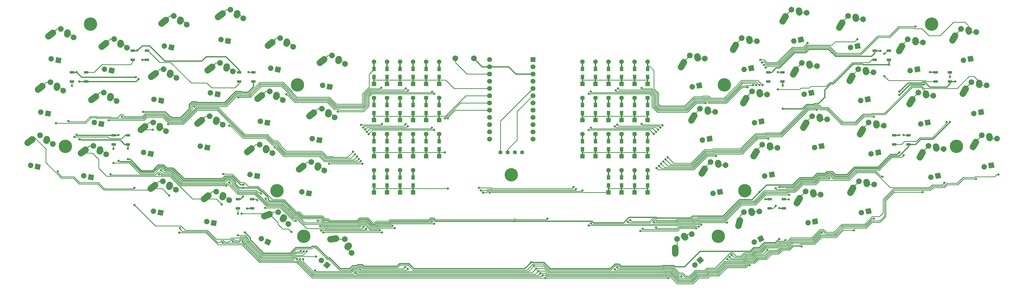
<source format=gtl>
G04 #@! TF.GenerationSoftware,KiCad,Pcbnew,(5.1.4-0-10_14)*
G04 #@! TF.CreationDate,2021-05-16T21:06:51-06:00*
G04 #@! TF.ProjectId,avlo44,61766c6f-3434-42e6-9b69-6361645f7063,0.1*
G04 #@! TF.SameCoordinates,Original*
G04 #@! TF.FileFunction,Copper,L1,Top*
G04 #@! TF.FilePolarity,Positive*
%FSLAX46Y46*%
G04 Gerber Fmt 4.6, Leading zero omitted, Abs format (unit mm)*
G04 Created by KiCad (PCBNEW (5.1.4-0-10_14)) date 2021-05-16 21:06:51*
%MOMM*%
%LPD*%
G04 APERTURE LIST*
%ADD10C,4.700000*%
%ADD11C,1.905000*%
%ADD12C,0.020000*%
%ADD13C,2.000000*%
%ADD14C,2.250000*%
%ADD15C,2.250000*%
%ADD16R,1.752600X1.752600*%
%ADD17C,1.752600*%
%ADD18C,1.397000*%
%ADD19R,0.500000X2.900000*%
%ADD20R,1.600000X1.600000*%
%ADD21C,1.600000*%
%ADD22R,1.200000X1.600000*%
%ADD23R,1.501140X0.899160*%
%ADD24C,0.800000*%
%ADD25C,0.254000*%
%ADD26C,0.381000*%
G04 APERTURE END LIST*
D10*
X211239100Y-168897300D03*
X283921200Y-190500000D03*
X138468100Y-190500000D03*
X286042100Y-137325100D03*
X293217600Y-174548800D03*
X367436400Y-158927800D03*
X358724200Y-116052600D03*
X136232900Y-137325100D03*
X129057400Y-174548800D03*
X54838600Y-158927800D03*
X63563500Y-116052600D03*
D11*
X298808494Y-191397642D03*
D12*
G36*
X298369941Y-192671292D02*
G01*
X297534844Y-190959089D01*
X299247047Y-190123992D01*
X300082144Y-191836195D01*
X298369941Y-192671292D01*
X298369941Y-192671292D01*
G37*
D11*
X296525557Y-192511105D03*
D13*
X292853710Y-182085615D03*
X298268260Y-181781227D03*
D14*
X291439630Y-184889252D03*
X291170925Y-185832502D03*
D15*
X290902232Y-186775757D02*
X291439618Y-184889247D01*
D14*
X295496111Y-181709164D03*
X295605051Y-181978667D03*
D15*
X295714415Y-182247999D02*
X295495687Y-181709335D01*
D14*
X375434797Y-136993695D03*
D15*
X375470727Y-137282155D02*
X375398867Y-136705235D01*
D14*
X375399323Y-136705179D03*
X370154316Y-139568578D03*
D15*
X369650646Y-140410149D02*
X370657986Y-138727007D01*
D14*
X370657996Y-138727014D03*
D13*
X378058362Y-137492272D03*
X372749527Y-136384900D03*
D11*
X373597943Y-147405494D03*
X376091276Y-146920839D03*
D12*
G36*
X375338022Y-148037584D02*
G01*
X374974531Y-146167585D01*
X376844530Y-145804094D01*
X377208021Y-147674093D01*
X375338022Y-148037584D01*
X375338022Y-148037584D01*
G37*
D14*
X353082797Y-121956895D03*
D15*
X353118727Y-122245355D02*
X353046867Y-121668435D01*
D14*
X353047323Y-121668379D03*
X347802316Y-124531778D03*
D15*
X347298646Y-125373349D02*
X348305986Y-123690207D01*
D14*
X348305996Y-123690214D03*
D13*
X355706362Y-122455472D03*
X350397527Y-121348100D03*
D11*
X351245943Y-132368694D03*
X353739276Y-131884039D03*
D12*
G36*
X352986022Y-133000784D02*
G01*
X352622531Y-131130785D01*
X354492530Y-130767294D01*
X354856021Y-132637293D01*
X352986022Y-133000784D01*
X352986022Y-133000784D01*
G37*
D11*
X372433676Y-128226439D03*
D12*
G36*
X371680422Y-129343184D02*
G01*
X371316931Y-127473185D01*
X373186930Y-127109694D01*
X373550421Y-128979693D01*
X371680422Y-129343184D01*
X371680422Y-129343184D01*
G37*
D11*
X369940343Y-128711094D03*
D13*
X369091927Y-117690500D03*
X374400762Y-118797872D03*
D14*
X367000396Y-120032614D03*
X366496716Y-120874178D03*
D15*
X365993046Y-121715749D02*
X367000386Y-120032607D01*
D14*
X371741723Y-118010779D03*
X371777197Y-118299295D03*
D15*
X371813127Y-118587755D02*
X371741267Y-118010835D01*
D11*
X106893857Y-185861094D03*
D12*
G36*
X105777112Y-186614348D02*
G01*
X106140603Y-184744349D01*
X108010602Y-185107840D01*
X107647111Y-186977839D01*
X105777112Y-186614348D01*
X105777112Y-186614348D01*
G37*
D11*
X104400524Y-185376439D03*
D13*
X107742273Y-174840500D03*
X112249710Y-177855962D03*
D14*
X104925668Y-176228569D03*
X104143408Y-176820172D03*
D15*
X103361155Y-177411785D02*
X104925661Y-176228559D01*
D14*
X110079143Y-176130089D03*
X110003954Y-176410885D03*
D15*
X109929208Y-176691800D02*
X110078700Y-176129970D01*
D14*
X280184797Y-146340895D03*
D15*
X280220727Y-146629355D02*
X280148867Y-146052435D01*
D14*
X280149323Y-146052379D03*
X274904316Y-148915778D03*
D15*
X274400646Y-149757349D02*
X275407986Y-148074207D01*
D14*
X275407996Y-148074214D03*
D13*
X282808362Y-146839472D03*
X277499527Y-145732100D03*
D11*
X278347943Y-156752694D03*
X280841276Y-156268039D03*
D12*
G36*
X280088022Y-157384784D02*
G01*
X279724531Y-155514785D01*
X281594530Y-155151294D01*
X281958021Y-157021293D01*
X280088022Y-157384784D01*
X280088022Y-157384784D01*
G37*
D14*
X276577997Y-127646495D03*
D15*
X276613927Y-127934955D02*
X276542067Y-127358035D01*
D14*
X276542523Y-127357979D03*
X271297516Y-130221378D03*
D15*
X270793846Y-131062949D02*
X271801186Y-129379807D01*
D14*
X271801196Y-129379814D03*
D13*
X279201562Y-128145072D03*
X273892727Y-127037700D03*
D11*
X274741143Y-138058294D03*
X277234476Y-137573639D03*
D12*
G36*
X276481222Y-138690384D02*
G01*
X276117731Y-136820385D01*
X277987730Y-136456894D01*
X278351221Y-138326893D01*
X276481222Y-138690384D01*
X276481222Y-138690384D01*
G37*
D11*
X125800243Y-192511105D03*
D12*
G36*
X124526593Y-192949658D02*
G01*
X125361690Y-191237455D01*
X127073893Y-192072552D01*
X126238796Y-193784755D01*
X124526593Y-192949658D01*
X124526593Y-192949658D01*
G37*
D11*
X123517306Y-191397642D03*
D13*
X129472090Y-182085615D03*
X133045481Y-186164938D03*
D14*
X126392199Y-182697396D03*
X125483476Y-183066377D03*
D15*
X124574757Y-183435369D02*
X126392195Y-182697385D01*
D14*
X131395562Y-183936089D03*
X131250260Y-184187858D03*
D15*
X131105355Y-184439855D02*
X131395165Y-183935861D01*
D14*
X298421997Y-140244895D03*
D15*
X298457927Y-140533355D02*
X298386067Y-139956435D01*
D14*
X298386523Y-139956379D03*
X293141516Y-142819778D03*
D15*
X292637846Y-143661349D02*
X293645186Y-141978207D01*
D14*
X293645196Y-141978214D03*
D13*
X301045562Y-140743472D03*
X295736727Y-139636100D03*
D11*
X296585143Y-150656694D03*
X299078476Y-150172039D03*
D12*
G36*
X298325222Y-151288784D02*
G01*
X297961731Y-149418785D01*
X299831730Y-149055294D01*
X300195221Y-150925293D01*
X298325222Y-151288784D01*
X298325222Y-151288784D01*
G37*
D11*
X316553676Y-140164439D03*
D12*
G36*
X315800422Y-141281184D02*
G01*
X315436931Y-139411185D01*
X317306930Y-139047694D01*
X317670421Y-140917693D01*
X315800422Y-141281184D01*
X315800422Y-141281184D01*
G37*
D11*
X314060343Y-140649094D03*
D13*
X313211927Y-129628500D03*
X318520762Y-130735872D03*
D14*
X311120396Y-131970614D03*
X310616716Y-132812178D03*
D15*
X310113046Y-133653749D02*
X311120386Y-131970607D01*
D14*
X315861723Y-129948779D03*
X315897197Y-130237295D03*
D15*
X315933127Y-130525755D02*
X315861267Y-129948835D01*
D14*
X335709197Y-132472495D03*
D15*
X335745127Y-132760955D02*
X335673267Y-132184035D01*
D14*
X335673723Y-132183979D03*
X330428716Y-135047378D03*
D15*
X329925046Y-135888949D02*
X330932386Y-134205807D01*
D14*
X330932396Y-134205814D03*
D13*
X338332762Y-132971072D03*
X333023927Y-131863700D03*
D11*
X333872343Y-142884294D03*
X336365676Y-142399639D03*
D12*
G36*
X335612422Y-143516384D02*
G01*
X335248931Y-141646385D01*
X337118930Y-141282894D01*
X337482421Y-143152893D01*
X335612422Y-143516384D01*
X335612422Y-143516384D01*
G37*
D14*
X356740397Y-140651295D03*
D15*
X356776327Y-140939755D02*
X356704467Y-140362835D01*
D14*
X356704923Y-140362779D03*
X351459916Y-143226178D03*
D15*
X350956246Y-144067749D02*
X351963586Y-142384607D01*
D14*
X351963596Y-142384614D03*
D13*
X359363962Y-141149872D03*
X354055127Y-140042500D03*
D11*
X354903543Y-151063094D03*
X357396876Y-150578439D03*
D12*
G36*
X356643622Y-151695184D02*
G01*
X356280131Y-149825185D01*
X358150130Y-149461694D01*
X358513621Y-151331693D01*
X356643622Y-151695184D01*
X356643622Y-151695184D01*
G37*
D14*
X283842397Y-165035295D03*
D15*
X283878327Y-165323755D02*
X283806467Y-164746835D01*
D14*
X283806923Y-164746779D03*
X278561916Y-167610178D03*
D15*
X278058246Y-168451749D02*
X279065586Y-166768607D01*
D14*
X279065596Y-166768614D03*
D13*
X286465962Y-165533872D03*
X281157127Y-164426500D03*
D11*
X282005543Y-175447094D03*
X284498876Y-174962439D03*
D12*
G36*
X283745622Y-176079184D02*
G01*
X283382131Y-174209185D01*
X285252130Y-173845694D01*
X285615621Y-175715693D01*
X283745622Y-176079184D01*
X283745622Y-176079184D01*
G37*
D14*
X302028797Y-158939295D03*
D15*
X302064727Y-159227755D02*
X301992867Y-158650835D01*
D14*
X301993323Y-158650779D03*
X296748316Y-161514178D03*
D15*
X296244646Y-162355749D02*
X297251986Y-160672607D01*
D14*
X297251996Y-160672614D03*
D13*
X304652362Y-159437872D03*
X299343527Y-158330500D03*
D11*
X300191943Y-169351094D03*
X302685276Y-168866439D03*
D12*
G36*
X301932022Y-169983184D02*
G01*
X301568531Y-168113185D01*
X303438530Y-167749694D01*
X303802021Y-169619693D01*
X301932022Y-169983184D01*
X301932022Y-169983184D01*
G37*
D11*
X320160476Y-158858839D03*
D12*
G36*
X319407222Y-159975584D02*
G01*
X319043731Y-158105585D01*
X320913730Y-157742094D01*
X321277221Y-159612093D01*
X319407222Y-159975584D01*
X319407222Y-159975584D01*
G37*
D11*
X317667143Y-159343494D03*
D13*
X316818727Y-148322900D03*
X322127562Y-149430272D03*
D14*
X314727196Y-150665014D03*
X314223516Y-151506578D03*
D15*
X313719846Y-152348149D02*
X314727186Y-150665007D01*
D14*
X319468523Y-148643179D03*
X319503997Y-148931695D03*
D15*
X319539927Y-149220155D02*
X319468067Y-148643235D01*
D11*
X340023276Y-161094039D03*
D12*
G36*
X339270022Y-162210784D02*
G01*
X338906531Y-160340785D01*
X340776530Y-159977294D01*
X341140021Y-161847293D01*
X339270022Y-162210784D01*
X339270022Y-162210784D01*
G37*
D11*
X337529943Y-161578694D03*
D13*
X336681527Y-150558100D03*
X341990362Y-151665472D03*
D14*
X334589996Y-152900214D03*
X334086316Y-153741778D03*
D15*
X333582646Y-154583349D02*
X334589986Y-152900207D01*
D14*
X339331323Y-150878379D03*
X339366797Y-151166895D03*
D15*
X339402727Y-151455355D02*
X339330867Y-150878435D01*
D14*
X143379554Y-165996885D03*
D15*
X143304808Y-166277800D02*
X143454300Y-165715970D01*
D14*
X143454743Y-165716089D03*
X137519008Y-166406172D03*
D15*
X136736755Y-166997785D02*
X138301261Y-165814559D01*
D14*
X138301268Y-165814569D03*
D13*
X145625310Y-167441962D03*
X141117873Y-164426500D03*
D11*
X137776124Y-174962439D03*
X140269457Y-175447094D03*
D12*
G36*
X139152712Y-176200348D02*
G01*
X139516203Y-174330349D01*
X141386202Y-174693840D01*
X141022711Y-176563839D01*
X139152712Y-176200348D01*
X139152712Y-176200348D01*
G37*
D14*
X294815197Y-121550495D03*
D15*
X294851127Y-121838955D02*
X294779267Y-121262035D01*
D14*
X294779723Y-121261979D03*
X289534716Y-124125378D03*
D15*
X289031046Y-124966949D02*
X290038386Y-123283807D01*
D14*
X290038396Y-123283814D03*
D13*
X297438762Y-122049072D03*
X292129927Y-120941700D03*
D11*
X292978343Y-131962294D03*
X295471676Y-131477639D03*
D12*
G36*
X294718422Y-132594384D02*
G01*
X294354931Y-130724385D01*
X296224930Y-130360894D01*
X296588421Y-132230893D01*
X294718422Y-132594384D01*
X294718422Y-132594384D01*
G37*
D11*
X312896076Y-121470039D03*
D12*
G36*
X312142822Y-122586784D02*
G01*
X311779331Y-120716785D01*
X313649330Y-120353294D01*
X314012821Y-122223293D01*
X312142822Y-122586784D01*
X312142822Y-122586784D01*
G37*
D11*
X310402743Y-121954694D03*
D13*
X309554327Y-110934100D03*
X314863162Y-112041472D03*
D14*
X307462796Y-113276214D03*
X306959116Y-114117778D03*
D15*
X306455446Y-114959349D02*
X307462786Y-113276207D01*
D14*
X312204123Y-111254379D03*
X312239597Y-111542895D03*
D15*
X312275527Y-111831355D02*
X312203667Y-111254435D01*
D11*
X332758876Y-123705239D03*
D12*
G36*
X332005622Y-124821984D02*
G01*
X331642131Y-122951985D01*
X333512130Y-122588494D01*
X333875621Y-124458493D01*
X332005622Y-124821984D01*
X332005622Y-124821984D01*
G37*
D11*
X330265543Y-124189894D03*
D13*
X329417127Y-113169300D03*
X334725962Y-114276672D03*
D14*
X327325596Y-115511414D03*
X326821916Y-116352978D03*
D15*
X326318246Y-117194549D02*
X327325586Y-115511407D01*
D14*
X332066923Y-113489579D03*
X332102397Y-113778095D03*
D15*
X332138327Y-114066555D02*
X332066467Y-113489635D01*
D14*
X147037154Y-147302485D03*
D15*
X146962408Y-147583400D02*
X147111900Y-147021570D01*
D14*
X147112343Y-147021689D03*
X141176608Y-147711772D03*
D15*
X140394355Y-148303385D02*
X141958861Y-147120159D01*
D14*
X141958868Y-147120169D03*
D13*
X149282910Y-148747562D03*
X144775473Y-145732100D03*
D11*
X141433724Y-156268039D03*
X143927057Y-156752694D03*
D12*
G36*
X142810312Y-157505948D02*
G01*
X143173803Y-155635949D01*
X145043802Y-155999440D01*
X144680311Y-157869439D01*
X142810312Y-157505948D01*
X142810312Y-157505948D01*
G37*
D14*
X114982354Y-112504485D03*
D15*
X114907608Y-112785400D02*
X115057100Y-112223570D01*
D14*
X115057543Y-112223689D03*
X109121808Y-112913772D03*
D15*
X108339555Y-113505385D02*
X109904061Y-112322159D01*
D14*
X109904068Y-112322169D03*
D13*
X117228110Y-113949562D03*
X112720673Y-110934100D03*
D11*
X109378924Y-121470039D03*
X111872257Y-121954694D03*
D12*
G36*
X110755512Y-122707948D02*
G01*
X111119003Y-120837949D01*
X112989002Y-121201440D01*
X112625511Y-123071439D01*
X110755512Y-122707948D01*
X110755512Y-122707948D01*
G37*
D11*
X129347457Y-131962294D03*
D12*
G36*
X128230712Y-132715548D02*
G01*
X128594203Y-130845549D01*
X130464202Y-131209040D01*
X130100711Y-133079039D01*
X128230712Y-132715548D01*
X128230712Y-132715548D01*
G37*
D11*
X126854124Y-131477639D03*
D13*
X130195873Y-120941700D03*
X134703310Y-123957162D03*
D14*
X127379268Y-122329769D03*
X126597008Y-122921372D03*
D15*
X125814755Y-123512985D02*
X127379261Y-122329759D01*
D14*
X132532743Y-122231289D03*
X132457554Y-122512085D03*
D15*
X132382808Y-122793000D02*
X132532300Y-122231170D01*
D14*
X150648099Y-128577200D03*
D15*
X150573353Y-128858115D02*
X150722845Y-128296285D01*
D14*
X150723288Y-128296404D03*
X144787553Y-128986487D03*
D15*
X144005300Y-129578100D02*
X145569806Y-128394874D01*
D14*
X145569813Y-128394884D03*
D13*
X152893855Y-130022277D03*
X148386418Y-127006815D03*
D11*
X145044669Y-137542754D03*
X147538002Y-138027409D03*
D12*
G36*
X146421257Y-138780663D02*
G01*
X146784748Y-136910664D01*
X148654747Y-137274155D01*
X148291256Y-139144154D01*
X146421257Y-138780663D01*
X146421257Y-138780663D01*
G37*
D11*
X104607857Y-159343494D03*
D12*
G36*
X103491112Y-160096748D02*
G01*
X103854603Y-158226749D01*
X105724602Y-158590240D01*
X105361111Y-160460239D01*
X103491112Y-160096748D01*
X103491112Y-160096748D01*
G37*
D11*
X102114524Y-158858839D03*
D13*
X105456273Y-148322900D03*
X109963710Y-151338362D03*
D14*
X102639668Y-149710969D03*
X101857408Y-150302572D03*
D15*
X101075155Y-150894185D02*
X102639661Y-149710959D01*
D14*
X107793143Y-149612489D03*
X107717954Y-149893285D03*
D15*
X107643208Y-150174200D02*
X107792700Y-149612370D01*
D14*
X125193154Y-159900885D03*
D15*
X125118408Y-160181800D02*
X125267900Y-159619970D01*
D14*
X125268343Y-159620089D03*
X119332608Y-160310172D03*
D15*
X118550355Y-160901785D02*
X120114861Y-159718559D01*
D14*
X120114868Y-159718569D03*
D13*
X127438910Y-161345962D03*
X122931473Y-158330500D03*
D11*
X119589724Y-168866439D03*
X122083057Y-169351094D03*
D12*
G36*
X120966312Y-170104348D02*
G01*
X121329803Y-168234349D01*
X123199802Y-168597840D01*
X122836311Y-170467839D01*
X120966312Y-170104348D01*
X120966312Y-170104348D01*
G37*
D11*
X63764657Y-169757494D03*
D12*
G36*
X62647912Y-170510748D02*
G01*
X63011403Y-168640749D01*
X64881402Y-169004240D01*
X64517911Y-170874239D01*
X62647912Y-170510748D01*
X62647912Y-170510748D01*
G37*
D11*
X61271324Y-169272839D03*
D13*
X64613073Y-158736900D03*
X69120510Y-161752362D03*
D14*
X61796468Y-160124969D03*
X61014208Y-160716572D03*
D15*
X60231955Y-161308185D02*
X61796461Y-160124959D01*
D14*
X66949943Y-160026489D03*
X66874754Y-160307285D03*
D15*
X66800008Y-160588200D02*
X66949500Y-160026370D01*
D11*
X48681202Y-147425409D03*
D12*
G36*
X47564457Y-148178663D02*
G01*
X47927948Y-146308664D01*
X49797947Y-146672155D01*
X49434456Y-148542154D01*
X47564457Y-148178663D01*
X47564457Y-148178663D01*
G37*
D11*
X46187869Y-146940754D03*
D13*
X49529618Y-136404815D03*
X54037055Y-139420277D03*
D14*
X46713013Y-137792884D03*
X45930753Y-138384487D03*
D15*
X45148500Y-138976100D02*
X46713006Y-137792874D01*
D14*
X51866488Y-137694404D03*
X51791299Y-137975200D03*
D15*
X51716553Y-138256115D02*
X51866045Y-137694285D01*
D11*
X67422257Y-151063094D03*
D12*
G36*
X66305512Y-151816348D02*
G01*
X66669003Y-149946349D01*
X68539002Y-150309840D01*
X68175511Y-152179839D01*
X66305512Y-151816348D01*
X66305512Y-151816348D01*
G37*
D11*
X64928924Y-150578439D03*
D13*
X68270673Y-140042500D03*
X72778110Y-143057962D03*
D14*
X65454068Y-141430569D03*
X64671808Y-142022172D03*
D15*
X63889555Y-142613785D02*
X65454061Y-141430559D01*
D14*
X70607543Y-141332089D03*
X70532354Y-141612885D03*
D15*
X70457608Y-141893800D02*
X70607100Y-141331970D01*
D11*
X88402657Y-142884294D03*
D12*
G36*
X87285912Y-143637548D02*
G01*
X87649403Y-141767549D01*
X89519402Y-142131040D01*
X89155911Y-144001039D01*
X87285912Y-143637548D01*
X87285912Y-143637548D01*
G37*
D11*
X85909324Y-142399639D03*
D13*
X89251073Y-131863700D03*
X93758510Y-134879162D03*
D14*
X86434468Y-133251769D03*
X85652208Y-133843372D03*
D15*
X84869955Y-134434985D02*
X86434461Y-133251759D01*
D14*
X91587943Y-133153289D03*
X91512754Y-133434085D03*
D15*
X91438008Y-133715000D02*
X91587500Y-133153170D01*
D11*
X108214657Y-140649094D03*
D12*
G36*
X107097912Y-141402348D02*
G01*
X107461403Y-139532349D01*
X109331402Y-139895840D01*
X108967911Y-141765839D01*
X107097912Y-141402348D01*
X107097912Y-141402348D01*
G37*
D11*
X105721324Y-140164439D03*
D13*
X109063073Y-129628500D03*
X113570510Y-132643962D03*
D14*
X106246468Y-131016569D03*
X105464208Y-131608172D03*
D15*
X104681955Y-132199785D02*
X106246461Y-131016559D01*
D14*
X111399943Y-130918089D03*
X111324754Y-131198885D03*
D15*
X111250008Y-131479800D02*
X111399500Y-130917970D01*
D11*
X45070257Y-166099894D03*
D12*
G36*
X43953512Y-166853148D02*
G01*
X44317003Y-164983149D01*
X46187002Y-165346640D01*
X45823511Y-167216639D01*
X43953512Y-166853148D01*
X43953512Y-166853148D01*
G37*
D11*
X42576924Y-165615239D03*
D13*
X45918673Y-155079300D03*
X50426110Y-158094762D03*
D14*
X43102068Y-156467369D03*
X42319808Y-157058972D03*
D15*
X41537555Y-157650585D02*
X43102061Y-156467359D01*
D14*
X48255543Y-156368889D03*
X48180354Y-156649685D03*
D15*
X48105608Y-156930600D02*
X48255100Y-156368770D01*
D14*
X128799954Y-141206485D03*
D15*
X128725208Y-141487400D02*
X128874700Y-140925570D01*
D14*
X128875143Y-140925689D03*
X122939408Y-141615772D03*
D15*
X122157155Y-142207385D02*
X123721661Y-141024159D01*
D14*
X123721668Y-141024169D03*
D13*
X131045710Y-142651562D03*
X126538273Y-139636100D03*
D11*
X123196524Y-150172039D03*
X125689857Y-150656694D03*
D12*
G36*
X124573112Y-151409948D02*
G01*
X124936603Y-149539949D01*
X126806602Y-149903440D01*
X126443111Y-151773439D01*
X124573112Y-151409948D01*
X124573112Y-151409948D01*
G37*
D11*
X84745057Y-161578694D03*
D12*
G36*
X83628312Y-162331948D02*
G01*
X83991803Y-160461949D01*
X85861802Y-160825440D01*
X85498311Y-162695439D01*
X83628312Y-162331948D01*
X83628312Y-162331948D01*
G37*
D11*
X82251724Y-161094039D03*
D13*
X85593473Y-150558100D03*
X90100910Y-153573562D03*
D14*
X82776868Y-151946169D03*
X81994608Y-152537772D03*
D15*
X81212355Y-153129385D02*
X82776861Y-151946159D01*
D14*
X87930343Y-151847689D03*
X87855154Y-152128485D03*
D15*
X87780408Y-152409400D02*
X87929900Y-151847570D01*
D11*
X52334657Y-128711094D03*
D12*
G36*
X51217912Y-129464348D02*
G01*
X51581403Y-127594349D01*
X53451402Y-127957840D01*
X53087911Y-129827839D01*
X51217912Y-129464348D01*
X51217912Y-129464348D01*
G37*
D11*
X49841324Y-128226439D03*
D13*
X53183073Y-117690500D03*
X57690510Y-120705962D03*
D14*
X50366468Y-119078569D03*
X49584208Y-119670172D03*
D15*
X48801955Y-120261785D02*
X50366461Y-119078559D01*
D14*
X55519943Y-118980089D03*
X55444754Y-119260885D03*
D15*
X55370008Y-119541800D02*
X55519500Y-118979970D01*
D14*
X74139154Y-122867685D03*
D15*
X74064408Y-123148600D02*
X74213900Y-122586770D01*
D14*
X74214343Y-122586889D03*
X68278608Y-123276972D03*
D15*
X67496355Y-123868585D02*
X69060861Y-122685359D01*
D14*
X69060868Y-122685369D03*
D13*
X76384910Y-124312762D03*
X71877473Y-121297300D03*
D11*
X68535724Y-131833239D03*
X71029057Y-132317894D03*
D12*
G36*
X69912312Y-133071148D02*
G01*
X70275803Y-131201149D01*
X72145802Y-131564640D01*
X71782311Y-133434639D01*
X69912312Y-133071148D01*
X69912312Y-133071148D01*
G37*
D14*
X95119554Y-114739685D03*
D15*
X95044808Y-115020600D02*
X95194300Y-114458770D01*
D14*
X95194743Y-114458889D03*
X89259008Y-115148972D03*
D15*
X88476755Y-115740585D02*
X90041261Y-114557359D01*
D14*
X90041268Y-114557369D03*
D13*
X97365310Y-116184762D03*
X92857873Y-113169300D03*
D11*
X89516124Y-123705239D03*
X92009457Y-124189894D03*
D12*
G36*
X90892712Y-124943148D02*
G01*
X91256203Y-123073149D01*
X93126202Y-123436640D01*
X92762711Y-125306639D01*
X90892712Y-124943148D01*
X90892712Y-124943148D01*
G37*
D11*
X88199457Y-182203494D03*
D12*
G36*
X87082712Y-182956748D02*
G01*
X87446203Y-181086749D01*
X89316202Y-181450240D01*
X88952711Y-183320239D01*
X87082712Y-182956748D01*
X87082712Y-182956748D01*
G37*
D11*
X85706124Y-181718839D03*
D13*
X89047873Y-171182900D03*
X93555310Y-174198362D03*
D14*
X86231268Y-172570969D03*
X85449008Y-173162572D03*
D15*
X84666755Y-173754185D02*
X86231261Y-172570959D01*
D14*
X91384743Y-172472489D03*
X91309554Y-172753285D03*
D15*
X91234808Y-173034200D02*
X91384300Y-172472370D01*
D11*
X379698076Y-165615239D03*
D12*
G36*
X378944822Y-166731984D02*
G01*
X378581331Y-164861985D01*
X380451330Y-164498494D01*
X380814821Y-166368493D01*
X378944822Y-166731984D01*
X378944822Y-166731984D01*
G37*
D11*
X377204743Y-166099894D03*
D13*
X376356327Y-155079300D03*
X381665162Y-156186672D03*
D14*
X374264796Y-157421414D03*
X373761116Y-158262978D03*
D15*
X373257446Y-159104549D02*
X374264786Y-157421407D01*
D14*
X379006123Y-155399579D03*
X379041597Y-155688095D03*
D15*
X379077527Y-155976555D02*
X379005667Y-155399635D01*
D11*
X361003676Y-169272839D03*
D12*
G36*
X360250422Y-170389584D02*
G01*
X359886931Y-168519585D01*
X361756930Y-168156094D01*
X362120421Y-170026093D01*
X360250422Y-170389584D01*
X360250422Y-170389584D01*
G37*
D11*
X358510343Y-169757494D03*
D13*
X357661927Y-158736900D03*
X362970762Y-159844272D03*
D14*
X355570396Y-161079014D03*
X355066716Y-161920578D03*
D15*
X354563046Y-162762149D02*
X355570386Y-161079007D01*
D14*
X360311723Y-159057179D03*
X360347197Y-159345695D03*
D15*
X360383127Y-159634155D02*
X360311267Y-159057235D01*
D11*
X277582561Y-198923630D03*
D12*
G36*
X277488596Y-200267387D02*
G01*
X276238804Y-198829665D01*
X277676526Y-197579873D01*
X278926318Y-199017595D01*
X277488596Y-200267387D01*
X277488596Y-200267387D01*
G37*
D11*
X275665599Y-200590020D03*
D13*
X269420552Y-191470113D03*
X274571824Y-189774708D03*
D14*
X268780290Y-194544209D03*
X268764872Y-195524866D03*
D15*
X268749467Y-196505523D02*
X268780277Y-194544209D01*
D14*
X271875482Y-190422585D03*
X272050462Y-190654710D03*
D15*
X272225808Y-190886559D02*
X271875116Y-190422861D01*
D11*
X317874476Y-185325639D03*
D12*
G36*
X317121222Y-186442384D02*
G01*
X316757731Y-184572385D01*
X318627730Y-184208894D01*
X318991221Y-186078893D01*
X317121222Y-186442384D01*
X317121222Y-186442384D01*
G37*
D11*
X315381143Y-185810294D03*
D13*
X314532727Y-174789700D03*
X319841562Y-175897072D03*
D14*
X312441196Y-177131814D03*
X311937516Y-177973378D03*
D15*
X311433846Y-178814949D02*
X312441186Y-177131807D01*
D14*
X317182523Y-175109979D03*
X317217997Y-175398495D03*
D15*
X317253927Y-175686955D02*
X317182067Y-175110035D01*
D16*
X218859100Y-128435100D03*
D17*
X218859100Y-130975100D03*
X218859100Y-133515100D03*
X218859100Y-136055100D03*
X218859100Y-138595100D03*
X218859100Y-141135100D03*
X218859100Y-143675100D03*
X218859100Y-146215100D03*
X218859100Y-148755100D03*
X218859100Y-151295100D03*
X218859100Y-153835100D03*
X203619100Y-156375100D03*
X203619100Y-153835100D03*
X203619100Y-151295100D03*
X203619100Y-148755100D03*
X203619100Y-146215100D03*
X203619100Y-143675100D03*
X203619100Y-141135100D03*
X203619100Y-138595100D03*
X203619100Y-136055100D03*
X203619100Y-133515100D03*
X203619100Y-130975100D03*
X218859100Y-156375100D03*
X203619100Y-128435100D03*
D11*
X146558601Y-200640820D03*
D12*
G36*
X145214844Y-200734785D02*
G01*
X146464636Y-199297063D01*
X147902358Y-200546855D01*
X146652566Y-201984577D01*
X145214844Y-200734785D01*
X145214844Y-200734785D01*
G37*
D11*
X144641639Y-198974430D03*
D13*
X152803648Y-191520913D03*
X155199472Y-196386099D03*
D14*
X149670362Y-191314714D03*
X148697103Y-191435927D03*
D15*
X147723846Y-191557153D02*
X149670360Y-191314701D01*
D14*
X154182642Y-193806165D03*
X153977129Y-194011747D03*
D15*
X153771940Y-194217654D02*
X154182318Y-193805840D01*
D11*
X336619676Y-181718839D03*
D12*
G36*
X335866422Y-182835584D02*
G01*
X335502931Y-180965585D01*
X337372930Y-180602094D01*
X337736421Y-182472093D01*
X335866422Y-182835584D01*
X335866422Y-182835584D01*
G37*
D11*
X334126343Y-182203494D03*
D13*
X333277927Y-171182900D03*
X338586762Y-172290272D03*
D14*
X331186396Y-173525014D03*
X330682716Y-174366578D03*
D15*
X330179046Y-175208149D02*
X331186386Y-173525007D01*
D14*
X335927723Y-171503179D03*
X335963197Y-171791695D03*
D15*
X335999127Y-172080155D02*
X335927267Y-171503235D01*
D18*
X215049100Y-161074100D03*
X212509100Y-161074100D03*
X209969100Y-161074100D03*
X207429100Y-161074100D03*
D19*
X259118100Y-173734100D03*
X259118100Y-168734100D03*
D20*
X259118100Y-175134100D03*
D21*
X259118100Y-167334100D03*
D22*
X259118100Y-169834100D03*
X259118100Y-172634100D03*
D19*
X254546100Y-173734100D03*
X254546100Y-168734100D03*
D20*
X254546100Y-175134100D03*
D21*
X254546100Y-167334100D03*
D22*
X254546100Y-169834100D03*
X254546100Y-172634100D03*
D19*
X249974100Y-173734100D03*
X249974100Y-168734100D03*
D20*
X249974100Y-175134100D03*
D21*
X249974100Y-167334100D03*
D22*
X249974100Y-169834100D03*
X249974100Y-172634100D03*
D19*
X245402100Y-173734100D03*
X245402100Y-168734100D03*
D20*
X245402100Y-175134100D03*
D21*
X245402100Y-167334100D03*
D22*
X245402100Y-169834100D03*
X245402100Y-172634100D03*
D19*
X259118100Y-161034100D03*
X259118100Y-156034100D03*
D20*
X259118100Y-162434100D03*
D21*
X259118100Y-154634100D03*
D22*
X259118100Y-157134100D03*
X259118100Y-159934100D03*
D19*
X254546100Y-161034100D03*
X254546100Y-156034100D03*
D20*
X254546100Y-162434100D03*
D21*
X254546100Y-154634100D03*
D22*
X254546100Y-157134100D03*
X254546100Y-159934100D03*
D19*
X163106100Y-135634100D03*
X163106100Y-130634100D03*
D20*
X163106100Y-137034100D03*
D21*
X163106100Y-129234100D03*
D22*
X163106100Y-131734100D03*
X163106100Y-134534100D03*
D19*
X167678100Y-135634100D03*
X167678100Y-130634100D03*
D20*
X167678100Y-137034100D03*
D21*
X167678100Y-129234100D03*
D22*
X167678100Y-131734100D03*
X167678100Y-134534100D03*
D19*
X172250100Y-135634100D03*
X172250100Y-130634100D03*
D20*
X172250100Y-137034100D03*
D21*
X172250100Y-129234100D03*
D22*
X172250100Y-131734100D03*
X172250100Y-134534100D03*
D19*
X176822100Y-135634100D03*
X176822100Y-130634100D03*
D20*
X176822100Y-137034100D03*
D21*
X176822100Y-129234100D03*
D22*
X176822100Y-131734100D03*
X176822100Y-134534100D03*
X181394100Y-134534100D03*
X181394100Y-131734100D03*
D21*
X181394100Y-129234100D03*
D20*
X181394100Y-137034100D03*
D19*
X181394100Y-130634100D03*
X181394100Y-135634100D03*
D22*
X185966100Y-134534100D03*
X185966100Y-131734100D03*
D21*
X185966100Y-129234100D03*
D20*
X185966100Y-137034100D03*
D19*
X185966100Y-130634100D03*
X185966100Y-135634100D03*
D22*
X163106100Y-147234100D03*
X163106100Y-144434100D03*
D21*
X163106100Y-141934100D03*
D20*
X163106100Y-149734100D03*
D19*
X163106100Y-143334100D03*
X163106100Y-148334100D03*
D22*
X167678100Y-147234100D03*
X167678100Y-144434100D03*
D21*
X167678100Y-141934100D03*
D20*
X167678100Y-149734100D03*
D19*
X167678100Y-143334100D03*
X167678100Y-148334100D03*
D22*
X172250100Y-147237100D03*
X172250100Y-144437100D03*
D21*
X172250100Y-141937100D03*
D20*
X172250100Y-149737100D03*
D19*
X172250100Y-143337100D03*
X172250100Y-148337100D03*
D22*
X176822100Y-147234100D03*
X176822100Y-144434100D03*
D21*
X176822100Y-141934100D03*
D20*
X176822100Y-149734100D03*
D19*
X176822100Y-143334100D03*
X176822100Y-148334100D03*
D22*
X181394100Y-147234100D03*
X181394100Y-144434100D03*
D21*
X181394100Y-141934100D03*
D20*
X181394100Y-149734100D03*
D19*
X181394100Y-143334100D03*
X181394100Y-148334100D03*
X185966100Y-148334100D03*
X185966100Y-143334100D03*
D20*
X185966100Y-149734100D03*
D21*
X185966100Y-141934100D03*
D22*
X185966100Y-144434100D03*
X185966100Y-147234100D03*
X163106100Y-159934100D03*
X163106100Y-157134100D03*
D21*
X163106100Y-154634100D03*
D20*
X163106100Y-162434100D03*
D19*
X163106100Y-156034100D03*
X163106100Y-161034100D03*
D22*
X167678100Y-159934100D03*
X167678100Y-157134100D03*
D21*
X167678100Y-154634100D03*
D20*
X167678100Y-162434100D03*
D19*
X167678100Y-156034100D03*
X167678100Y-161034100D03*
X172250100Y-161034100D03*
X172250100Y-156034100D03*
D20*
X172250100Y-162434100D03*
D21*
X172250100Y-154634100D03*
D22*
X172250100Y-157134100D03*
X172250100Y-159934100D03*
D19*
X176822100Y-161034100D03*
X176822100Y-156034100D03*
D20*
X176822100Y-162434100D03*
D21*
X176822100Y-154634100D03*
D22*
X176822100Y-157134100D03*
X176822100Y-159934100D03*
X181394100Y-159934100D03*
X181394100Y-157134100D03*
D21*
X181394100Y-154634100D03*
D20*
X181394100Y-162434100D03*
D19*
X181394100Y-156034100D03*
X181394100Y-161034100D03*
D22*
X185966100Y-159934100D03*
X185966100Y-157134100D03*
D21*
X185966100Y-154634100D03*
D20*
X185966100Y-162434100D03*
D19*
X185966100Y-156034100D03*
X185966100Y-161034100D03*
D22*
X163106100Y-172634100D03*
X163106100Y-169834100D03*
D21*
X163106100Y-167334100D03*
D20*
X163106100Y-175134100D03*
D19*
X163106100Y-168734100D03*
X163106100Y-173734100D03*
D22*
X167678100Y-172634100D03*
X167678100Y-169834100D03*
D21*
X167678100Y-167334100D03*
D20*
X167678100Y-175134100D03*
D19*
X167678100Y-168734100D03*
X167678100Y-173734100D03*
X172250100Y-173734100D03*
X172250100Y-168734100D03*
D20*
X172250100Y-175134100D03*
D21*
X172250100Y-167334100D03*
D22*
X172250100Y-169834100D03*
X172250100Y-172634100D03*
D19*
X176822100Y-173734100D03*
X176822100Y-168734100D03*
D20*
X176822100Y-175134100D03*
D21*
X176822100Y-167334100D03*
D22*
X176822100Y-169834100D03*
X176822100Y-172634100D03*
D19*
X236258100Y-135634100D03*
X236258100Y-130634100D03*
D20*
X236258100Y-137034100D03*
D21*
X236258100Y-129234100D03*
D22*
X236258100Y-131734100D03*
X236258100Y-134534100D03*
X240830100Y-134534100D03*
X240830100Y-131734100D03*
D21*
X240830100Y-129234100D03*
D20*
X240830100Y-137034100D03*
D19*
X240830100Y-130634100D03*
X240830100Y-135634100D03*
D22*
X245402100Y-134534100D03*
X245402100Y-131734100D03*
D21*
X245402100Y-129234100D03*
D20*
X245402100Y-137034100D03*
D19*
X245402100Y-130634100D03*
X245402100Y-135634100D03*
X249974100Y-135634100D03*
X249974100Y-130634100D03*
D20*
X249974100Y-137034100D03*
D21*
X249974100Y-129234100D03*
D22*
X249974100Y-131734100D03*
X249974100Y-134534100D03*
X254546100Y-134534100D03*
X254546100Y-131734100D03*
D21*
X254546100Y-129234100D03*
D20*
X254546100Y-137034100D03*
D19*
X254546100Y-130634100D03*
X254546100Y-135634100D03*
D22*
X259118100Y-134534100D03*
X259118100Y-131734100D03*
D21*
X259118100Y-129234100D03*
D20*
X259118100Y-137034100D03*
D19*
X259118100Y-130634100D03*
X259118100Y-135634100D03*
X236258100Y-148334100D03*
X236258100Y-143334100D03*
D20*
X236258100Y-149734100D03*
D21*
X236258100Y-141934100D03*
D22*
X236258100Y-144434100D03*
X236258100Y-147234100D03*
D19*
X240830100Y-148331100D03*
X240830100Y-143331100D03*
D20*
X240830100Y-149731100D03*
D21*
X240830100Y-141931100D03*
D22*
X240830100Y-144431100D03*
X240830100Y-147231100D03*
D19*
X245402100Y-148334100D03*
X245402100Y-143334100D03*
D20*
X245402100Y-149734100D03*
D21*
X245402100Y-141934100D03*
D22*
X245402100Y-144434100D03*
X245402100Y-147234100D03*
D19*
X249974100Y-148334100D03*
X249974100Y-143334100D03*
D20*
X249974100Y-149734100D03*
D21*
X249974100Y-141934100D03*
D22*
X249974100Y-144434100D03*
X249974100Y-147234100D03*
X254546100Y-147234100D03*
X254546100Y-144434100D03*
D21*
X254546100Y-141934100D03*
D20*
X254546100Y-149734100D03*
D19*
X254546100Y-143334100D03*
X254546100Y-148334100D03*
D22*
X259118100Y-147234100D03*
X259118100Y-144434100D03*
D21*
X259118100Y-141934100D03*
D20*
X259118100Y-149734100D03*
D19*
X259118100Y-143334100D03*
X259118100Y-148334100D03*
X236258100Y-161034100D03*
X236258100Y-156034100D03*
D20*
X236258100Y-162434100D03*
D21*
X236258100Y-154634100D03*
D22*
X236258100Y-157134100D03*
X236258100Y-159934100D03*
D19*
X240830100Y-161031100D03*
X240830100Y-156031100D03*
D20*
X240830100Y-162431100D03*
D21*
X240830100Y-154631100D03*
D22*
X240830100Y-157131100D03*
X240830100Y-159931100D03*
D19*
X245402100Y-161031100D03*
X245402100Y-156031100D03*
D20*
X245402100Y-162431100D03*
D21*
X245402100Y-154631100D03*
D22*
X245402100Y-157131100D03*
X245402100Y-159931100D03*
D19*
X249974100Y-161034100D03*
X249974100Y-156034100D03*
D20*
X249974100Y-162434100D03*
D21*
X249974100Y-154634100D03*
D22*
X249974100Y-157134100D03*
X249974100Y-159934100D03*
D23*
X120774460Y-132930900D03*
X120774460Y-136131300D03*
X115775740Y-136131300D03*
X115775740Y-132930900D03*
X78437740Y-125310900D03*
X78437740Y-128511300D03*
X83436460Y-128511300D03*
X83436460Y-125310900D03*
X62100460Y-132930900D03*
X62100460Y-136131300D03*
X57101740Y-136131300D03*
X57101740Y-132930900D03*
X71706740Y-155028900D03*
X71706740Y-158229300D03*
X76705460Y-158229300D03*
X76705460Y-155028900D03*
X120317260Y-177507900D03*
X120317260Y-180708300D03*
X115318540Y-180708300D03*
X115318540Y-177507900D03*
X301957740Y-177507900D03*
X301957740Y-180708300D03*
X306956460Y-180708300D03*
X306956460Y-177507900D03*
X350644460Y-155028900D03*
X350644460Y-158229300D03*
X345645740Y-158229300D03*
X345645740Y-155028900D03*
X360199940Y-132930900D03*
X360199940Y-136131300D03*
X365198660Y-136131300D03*
X365198660Y-132930900D03*
X343786460Y-125310900D03*
X343786460Y-128511300D03*
X338787740Y-128511300D03*
X338787740Y-125310900D03*
X301449740Y-132930900D03*
X301449740Y-136131300D03*
X306448460Y-136131300D03*
X306448460Y-132930900D03*
D13*
X191606100Y-128054100D03*
X198106100Y-128054100D03*
D24*
X55791100Y-150025100D03*
X165646100Y-138341100D03*
X74587100Y-148501100D03*
X99987100Y-144945100D03*
X174282100Y-138595100D03*
X115481100Y-141770100D03*
X175044100Y-139319090D03*
X132372100Y-140627100D03*
X183461100Y-139773100D03*
X150406100Y-146723100D03*
X184188100Y-140500100D03*
X51473100Y-150787100D03*
X155740100Y-160820100D03*
X158534100Y-151422100D03*
X165900100Y-151041100D03*
X156375100Y-161709100D03*
X70015100Y-149771100D03*
X90843100Y-151168100D03*
X157137100Y-162471100D03*
X159280431Y-152293069D03*
X174155100Y-151168100D03*
X112306100Y-151676100D03*
X157766914Y-163353877D03*
X159936375Y-153047881D03*
X174917100Y-151930100D03*
X128181100Y-159169100D03*
X158407100Y-164122100D03*
X160560914Y-153828877D03*
X183426100Y-152438100D03*
X147358100Y-165011100D03*
X159042100Y-165011100D03*
X161201100Y-154597100D03*
X184188100Y-153200100D03*
X187998100Y-149136100D03*
X187998100Y-161074100D03*
X137432049Y-195688386D03*
X79032100Y-173520100D03*
X79032100Y-179489100D03*
X144183100Y-186982100D03*
X159423100Y-187109100D03*
X52050667Y-167735533D03*
X70650100Y-168729100D03*
X160312100Y-187871100D03*
X88430100Y-167297100D03*
X169564110Y-186855100D03*
X170345100Y-187617100D03*
X112278648Y-171642552D03*
X183426100Y-185331100D03*
X125098100Y-177286986D03*
X184188100Y-186093100D03*
X143386100Y-185074089D03*
X189014100Y-173774100D03*
X189023413Y-149145987D03*
X138468100Y-195745100D03*
X165138100Y-188379100D03*
X144557877Y-188500914D03*
X95040167Y-187611033D03*
X139484100Y-195745100D03*
X165900100Y-189141100D03*
X145326100Y-189141100D03*
X113576100Y-192278090D03*
X142423780Y-202581380D03*
X174028100Y-201333100D03*
X158153100Y-202095100D03*
X174917100Y-201968100D03*
X199936100Y-173520100D03*
X233083100Y-173266100D03*
X279438100Y-143802100D03*
X238417100Y-140500100D03*
X294170100Y-138214100D03*
X239144100Y-139719230D03*
X298615100Y-128562100D03*
X296075100Y-137452100D03*
X315252100Y-122593100D03*
X247942100Y-139319090D03*
X299250100Y-129451100D03*
X297218100Y-137452100D03*
X332651100Y-121323100D03*
X248704100Y-138595100D03*
X299885100Y-130340100D03*
X353098100Y-116878100D03*
X298361100Y-137452100D03*
X256959100Y-138411070D03*
X300520100Y-131229100D03*
X299504100Y-137452100D03*
X233972100Y-173901100D03*
X200606100Y-174390230D03*
X283121100Y-162344100D03*
X262239200Y-166589000D03*
X261277100Y-154597100D03*
X238417100Y-153200100D03*
X301409100Y-156248100D03*
X263055100Y-165773100D03*
X262039100Y-153835100D03*
X239179100Y-152438100D03*
X318554100Y-146088100D03*
X263817100Y-165011100D03*
X262801100Y-153073100D03*
X247561100Y-151930100D03*
X338493100Y-148501100D03*
X264579100Y-164249100D03*
X263563100Y-152311100D03*
X248450100Y-151295100D03*
X265341100Y-163487100D03*
X264325100Y-151549100D03*
X256959100Y-151041100D03*
X266103100Y-162725100D03*
X201333100Y-175171100D03*
X236258100Y-174407100D03*
X238420111Y-186725089D03*
X286931100Y-185712100D03*
X308775100Y-175933100D03*
X239179100Y-185966100D03*
X322872100Y-170091100D03*
X252133100Y-185458100D03*
X341483667Y-169640533D03*
X253022100Y-184823100D03*
X261277100Y-185544079D03*
X363254692Y-171726307D03*
X223939100Y-184315100D03*
X110147100Y-168694100D03*
X119037100Y-132880100D03*
X212480599Y-185175599D03*
X340779100Y-125387100D03*
X358178100Y-132880100D03*
X356019100Y-137198100D03*
X347383100Y-140881100D03*
X347383100Y-161074100D03*
X347383100Y-154978100D03*
X298361100Y-174917100D03*
X300393100Y-177457100D03*
X73444100Y-163995100D03*
X73444100Y-154978100D03*
X117132100Y-173520100D03*
X117132100Y-176568100D03*
X79540100Y-134658100D03*
X80048100Y-125260100D03*
X58712100Y-154851100D03*
X58712100Y-132880100D03*
X218224100Y-199682100D03*
X306489100Y-137579100D03*
X306489100Y-145707100D03*
X347383100Y-139738100D03*
X343827100Y-130213100D03*
X367068100Y-136182100D03*
X365163100Y-150406100D03*
X305346100Y-173266100D03*
X305346100Y-191427100D03*
X305346100Y-180632100D03*
X76746100Y-163449090D03*
X117259100Y-172377100D03*
X82080100Y-146850100D03*
X117767100Y-189141100D03*
X118529100Y-180759100D03*
X76746100Y-159804100D03*
X80429100Y-135293100D03*
X81826100Y-128562100D03*
X59728100Y-156502100D03*
X59601100Y-136182100D03*
X266357100Y-205143100D03*
X94780100Y-189268100D03*
X91224100Y-176187100D03*
X223177100Y-205143100D03*
X294874667Y-200663100D03*
X109893100Y-192732100D03*
X109639100Y-179362100D03*
X222288100Y-204254100D03*
X134150100Y-189014100D03*
X313093100Y-194094100D03*
X85438385Y-153129385D03*
X87668100Y-168729100D03*
X221526100Y-203492100D03*
X136015103Y-198501090D03*
X116624100Y-182537100D03*
X111290100Y-172758100D03*
X331508100Y-188379100D03*
X142786100Y-197650100D03*
X220764100Y-202730100D03*
X156756100Y-203492100D03*
X117008421Y-192281397D03*
X355638100Y-175044100D03*
X137084234Y-198525966D03*
X124879100Y-180505100D03*
X220002100Y-201841100D03*
X135674100Y-185077100D03*
X374307100Y-170345100D03*
X138214100Y-198539100D03*
X219240100Y-200952100D03*
X57950100Y-155613100D03*
X57061100Y-137706100D03*
X71666100Y-164757100D03*
X71666100Y-159804100D03*
X123482100Y-175552100D03*
X122085100Y-177838100D03*
X308648100Y-177584100D03*
X307477832Y-191907832D03*
X115354100Y-190157100D03*
X115354100Y-182537100D03*
X348907100Y-162090100D03*
X348907100Y-154978100D03*
X304076100Y-173647100D03*
X304076100Y-179870100D03*
X365163100Y-134531100D03*
X364020100Y-150406100D03*
X342176100Y-134277100D03*
X342176100Y-126403100D03*
X304838100Y-138976100D03*
X304838100Y-132880100D03*
X262058120Y-187452090D03*
X277914100Y-186474100D03*
X288582100Y-197015100D03*
X382181100Y-168821100D03*
X203619100Y-175171100D03*
X270929100Y-204632060D03*
X247561100Y-202095100D03*
X301138432Y-195347432D03*
X248450100Y-201460100D03*
X320205100Y-189268100D03*
X287058100Y-198555080D03*
X276136100Y-187744100D03*
X256578100Y-188633100D03*
X338493100Y-184315100D03*
X287820100Y-197777100D03*
X277025100Y-187109100D03*
X257340100Y-187871100D03*
D25*
X65793156Y-148590089D02*
X70552118Y-148590089D01*
X116190194Y-140119100D02*
X116479164Y-140408070D01*
X131183259Y-136436100D02*
X131396679Y-136649520D01*
X147421337Y-141678070D02*
X149888324Y-144145057D01*
X89629271Y-147393070D02*
X89895224Y-147659023D01*
X56099090Y-150333090D02*
X61699043Y-150333090D01*
X65631157Y-148428090D02*
X65793156Y-148590089D01*
X63604043Y-148428090D02*
X65631157Y-148428090D01*
X134461131Y-140147867D02*
X135991334Y-141678070D01*
X70552118Y-148590089D02*
X70825108Y-148863080D01*
X70825108Y-148863080D02*
X73082120Y-148863080D01*
X55791100Y-150025100D02*
X56099090Y-150333090D01*
X73082120Y-148863080D02*
X74171101Y-147774099D01*
X89895224Y-147659026D02*
X91315269Y-149079071D01*
X74171101Y-147774099D02*
X74936061Y-147774099D01*
X159058050Y-140575815D02*
X161419765Y-138214100D01*
X75571032Y-148409070D02*
X81769931Y-148409070D01*
X81769931Y-148409070D02*
X82785929Y-147393070D01*
X91315269Y-149079071D02*
X91756234Y-149079071D01*
X89895224Y-147659023D02*
X89895224Y-147659026D01*
X95424876Y-149352060D02*
X98771090Y-146005846D01*
X74936061Y-147774099D02*
X75571032Y-148409070D01*
X149888324Y-144145060D02*
X158790810Y-144145060D01*
X91756234Y-149079071D02*
X92029220Y-149352060D01*
X98771090Y-144443081D02*
X99450082Y-143764089D01*
X82785929Y-147393070D02*
X89629271Y-147393070D01*
X92029220Y-149352060D02*
X95424876Y-149352060D01*
X61699043Y-150333090D02*
X63604043Y-148428090D01*
X98771090Y-146005846D02*
X98771090Y-144443081D01*
X123079900Y-136436100D02*
X131183259Y-136436100D01*
X158790810Y-144145060D02*
X159058050Y-143877820D01*
X99450082Y-143764089D02*
X100524118Y-143764089D01*
X161419765Y-138214100D02*
X161419765Y-133620435D01*
X100524118Y-143764089D02*
X100778089Y-144018060D01*
X100778089Y-144018060D02*
X110873046Y-144018060D01*
X110873046Y-144018060D02*
X114772006Y-140119100D01*
X161419765Y-133620435D02*
X163106100Y-131934100D01*
X114772006Y-140119100D02*
X116190194Y-140119100D01*
X116479164Y-140408070D02*
X119107932Y-140408070D01*
X119107932Y-140408070D02*
X123079900Y-136436100D01*
X135991334Y-141678070D02*
X147421337Y-141678070D01*
X131396679Y-136649520D02*
X134461131Y-139713968D01*
X134461131Y-139713968D02*
X134461131Y-140147867D01*
X159058050Y-143877820D02*
X159058050Y-140575815D01*
X149888324Y-144145057D02*
X149888324Y-144145060D01*
X163106100Y-131934100D02*
X163106100Y-131734100D01*
X55370008Y-119541800D02*
X56526348Y-119541800D01*
X56526348Y-119541800D02*
X57690510Y-120705962D01*
X203619100Y-138595100D02*
X191173100Y-138595100D01*
X191173100Y-138595100D02*
X188212100Y-135634100D01*
X188212100Y-135634100D02*
X185966100Y-135634100D01*
X181394100Y-135634100D02*
X181898100Y-135634100D01*
X181898100Y-135634100D02*
X185966100Y-135634100D01*
X176822100Y-135634100D02*
X181048100Y-135634100D01*
X181048100Y-135634100D02*
X181394100Y-135634100D01*
X172250100Y-135634100D02*
X176822100Y-135634100D01*
X167678100Y-135634100D02*
X168182100Y-135634100D01*
X168182100Y-135634100D02*
X172250100Y-135634100D01*
X163106100Y-135634100D02*
X167678100Y-135634100D01*
X89441214Y-147847080D02*
X91127211Y-149533079D01*
X91568175Y-149533079D02*
X91841164Y-149806070D01*
X134007121Y-140335923D02*
X135803278Y-142132080D01*
X81957987Y-148863080D02*
X82973986Y-147847080D01*
X158978866Y-144599070D02*
X159512060Y-144065876D01*
X123609101Y-136925082D02*
X131030175Y-136925082D01*
X82973986Y-147847080D02*
X89441214Y-147847080D01*
X99225100Y-144631138D02*
X99638139Y-144218099D01*
X135803278Y-142132080D02*
X147233280Y-142132080D01*
X147233280Y-142132080D02*
X149700268Y-144599070D01*
X91841164Y-149806070D02*
X95612932Y-149806070D01*
X91127211Y-149533079D02*
X91568175Y-149533079D01*
X74949080Y-148863080D02*
X81957987Y-148863080D01*
X99225100Y-146193902D02*
X99225100Y-144631138D01*
X95612932Y-149806070D02*
X99225100Y-146193902D01*
X74587100Y-148501100D02*
X74949080Y-148863080D01*
X100336061Y-144218099D02*
X100590032Y-144472070D01*
X123609099Y-136925080D02*
X123609101Y-136925082D01*
X116018118Y-140589090D02*
X116291108Y-140862080D01*
X100590032Y-144472070D02*
X111061102Y-144472070D01*
X114944082Y-140589090D02*
X116018118Y-140589090D01*
X161591872Y-138684060D02*
X165303140Y-138684060D01*
X116291108Y-140862080D02*
X119295988Y-140862080D01*
X99638139Y-144218099D02*
X100336061Y-144218099D01*
X119295988Y-140862080D02*
X123232985Y-136925082D01*
X123232985Y-136925082D02*
X123609099Y-136925080D01*
X111061102Y-144472070D02*
X114944082Y-140589090D01*
X131030175Y-136925082D02*
X134007121Y-139902025D01*
X134007121Y-139902025D02*
X134007121Y-140335923D01*
X149700268Y-144599070D02*
X158978866Y-144599070D01*
X159512060Y-144065876D02*
X159512060Y-140763872D01*
X159512060Y-140763872D02*
X161591872Y-138684060D01*
X165303140Y-138684060D02*
X165646100Y-138341100D01*
X165646100Y-138341100D02*
X165519100Y-138341100D01*
X74064408Y-123148600D02*
X75220748Y-123148600D01*
X75220748Y-123148600D02*
X76384910Y-124312762D01*
X99987100Y-144945100D02*
X100006120Y-144926080D01*
X147045223Y-142586090D02*
X149512212Y-145053080D01*
X119484044Y-141316090D02*
X123421043Y-137379090D01*
X135615222Y-142586090D02*
X147045223Y-142586090D01*
X133553111Y-140090082D02*
X133553111Y-140523979D01*
X115132139Y-141043099D02*
X115830061Y-141043099D01*
X111249158Y-144926080D02*
X115132139Y-141043099D01*
X115830061Y-141043099D02*
X116103052Y-141316090D01*
X100006120Y-144926080D02*
X111249158Y-144926080D01*
X116103052Y-141316090D02*
X119484044Y-141316090D01*
X133553111Y-140523979D02*
X135615222Y-142586090D01*
X123421043Y-137379090D02*
X130842119Y-137379091D01*
X130842119Y-137379091D02*
X133553111Y-140090082D01*
X159966070Y-140951929D02*
X161779929Y-139138070D01*
X149512212Y-145053080D02*
X159166922Y-145053080D01*
X159166922Y-145053080D02*
X159966070Y-144253932D01*
X159966070Y-144253932D02*
X159966070Y-140951929D01*
X161779929Y-139138070D02*
X173739130Y-139138070D01*
X173739130Y-139138070D02*
X173882101Y-138995099D01*
X173882101Y-138995099D02*
X174282100Y-138595100D01*
X95044808Y-115020600D02*
X96201148Y-115020600D01*
X96201148Y-115020600D02*
X97365310Y-116184762D01*
X115481100Y-141770100D02*
X119672100Y-141770100D01*
X123609100Y-137833100D02*
X130654062Y-137833100D01*
X149324156Y-145507090D02*
X159354978Y-145507090D01*
X133099101Y-140278139D02*
X133099101Y-140712035D01*
X161967986Y-139592080D02*
X174682120Y-139592080D01*
X146857166Y-143040100D02*
X149324156Y-145507090D01*
X133099101Y-140712035D02*
X135427166Y-143040100D01*
X119672100Y-141770100D02*
X123609100Y-137833100D01*
X159354978Y-145507090D02*
X160420080Y-144441988D01*
X135427166Y-143040100D02*
X146857166Y-143040100D01*
X130654062Y-137833100D02*
X133099101Y-140278139D01*
X160420080Y-144441988D02*
X160420080Y-141139986D01*
X160420080Y-141139986D02*
X161455100Y-140104968D01*
X161455100Y-140104968D02*
X161967986Y-139592080D01*
X174682120Y-139592080D02*
X174955110Y-139319090D01*
X174955110Y-139319090D02*
X175044100Y-139319090D01*
X114907608Y-112785400D02*
X116063948Y-112785400D01*
X116063948Y-112785400D02*
X117228110Y-113949562D01*
X162156043Y-140046090D02*
X161890090Y-140312044D01*
X151028052Y-146269090D02*
X150720062Y-145961100D01*
X149136100Y-145961100D02*
X146723100Y-143548100D01*
X183461100Y-139773100D02*
X183188110Y-140046090D01*
X160874090Y-141328043D02*
X160874090Y-144630044D01*
X161890090Y-140312044D02*
X160874090Y-141328043D01*
X135293100Y-143548100D02*
X132372100Y-140627100D01*
X159235044Y-146269090D02*
X151028052Y-146269090D01*
X150720062Y-145961100D02*
X149136100Y-145961100D01*
X183188110Y-140046090D02*
X162156043Y-140046090D01*
X160874090Y-144630044D02*
X159235044Y-146269090D01*
X146723100Y-143548100D02*
X135293100Y-143548100D01*
X132382808Y-122793000D02*
X133539148Y-122793000D01*
X133539148Y-122793000D02*
X134703310Y-123957162D01*
X184188100Y-140500100D02*
X162344100Y-140500100D01*
X161328100Y-141516100D02*
X161328100Y-144818100D01*
X161328100Y-144818100D02*
X159423100Y-146723100D01*
X162344100Y-140500100D02*
X161328100Y-141516100D01*
X159423100Y-146723100D02*
X158153100Y-146723100D01*
X158153100Y-146723100D02*
X150406100Y-146723100D01*
X150573353Y-128858115D02*
X151729693Y-128858115D01*
X151729693Y-128858115D02*
X152893855Y-130022277D01*
X203619100Y-141135100D02*
X195364100Y-141135100D01*
X195364100Y-141135100D02*
X188165100Y-148334100D01*
X188165100Y-148334100D02*
X185966100Y-148334100D01*
X181394100Y-148334100D02*
X181898100Y-148334100D01*
X181898100Y-148334100D02*
X185966100Y-148334100D01*
X176822100Y-148334100D02*
X177326100Y-148334100D01*
X177326100Y-148334100D02*
X181394100Y-148334100D01*
X172250100Y-148337100D02*
X176819100Y-148337100D01*
X176819100Y-148337100D02*
X176822100Y-148334100D01*
X167678100Y-148334100D02*
X171901100Y-148334100D01*
X171901100Y-148334100D02*
X171904100Y-148337100D01*
X171904100Y-148337100D02*
X172250100Y-148337100D01*
X163106100Y-148334100D02*
X166778100Y-148334100D01*
X166778100Y-148334100D02*
X167678100Y-148334100D01*
X155740100Y-160820100D02*
X153819150Y-162741050D01*
X65605099Y-149044099D02*
X65443100Y-148882100D01*
X117816202Y-154759070D02*
X108437223Y-145380090D01*
X89253157Y-148301090D02*
X83162043Y-148301090D01*
X148505126Y-162468059D02*
X146540755Y-162468059D01*
X125697271Y-154759070D02*
X117816202Y-154759070D01*
X153819150Y-162741050D02*
X148778116Y-162741050D01*
X129024261Y-157010100D02*
X127948299Y-157010100D01*
X148778116Y-162741050D02*
X148505126Y-162468059D01*
X108437223Y-145380090D02*
X100680977Y-145380090D01*
X70637052Y-149317090D02*
X70364061Y-149044099D01*
X130305130Y-158724866D02*
X130305130Y-158290967D01*
X65443100Y-148882100D02*
X63792100Y-148882100D01*
X83162043Y-148301090D02*
X82146043Y-149317090D01*
X127948299Y-157010100D02*
X125697271Y-154759070D01*
X132235324Y-160655060D02*
X130305130Y-158724866D01*
X146540755Y-162468059D02*
X144727757Y-160655060D01*
X82146043Y-149317090D02*
X70637052Y-149317090D01*
X144727757Y-160655060D02*
X132235324Y-160655060D01*
X130305130Y-158290967D02*
X129024261Y-157010100D01*
X100680977Y-145380090D02*
X95800988Y-150260080D01*
X95800988Y-150260080D02*
X91653108Y-150260080D01*
X61887100Y-150787100D02*
X57569100Y-150787100D01*
X90939155Y-149987089D02*
X89253157Y-148301090D01*
X91653108Y-150260080D02*
X91380118Y-149987089D01*
X91380118Y-149987089D02*
X90939155Y-149987089D01*
X70364061Y-149044099D02*
X65605099Y-149044099D01*
X63792100Y-148882100D02*
X61887100Y-150787100D01*
X57569100Y-150787100D02*
X51473100Y-150787100D01*
X51716553Y-138256115D02*
X52872893Y-138256115D01*
X52872893Y-138256115D02*
X54037055Y-139420277D01*
X165430140Y-151384060D02*
X158572140Y-151384060D01*
X158572140Y-151384060D02*
X158534100Y-151422100D01*
X165900100Y-151041100D02*
X165773100Y-151041100D01*
X165773100Y-151041100D02*
X165430140Y-151384060D01*
X148590060Y-163195060D02*
X154889140Y-163195060D01*
X154889140Y-163195060D02*
X156375100Y-161709100D01*
X144539700Y-161109070D02*
X146352699Y-162922069D01*
X146352699Y-162922069D02*
X148317069Y-162922069D01*
X148317069Y-162922069D02*
X148590060Y-163195060D01*
X132047268Y-161109070D02*
X144539700Y-161109070D01*
X129851120Y-158912922D02*
X132047268Y-161109070D01*
X129137129Y-157765034D02*
X129851120Y-158479024D01*
X129851120Y-158479024D02*
X129851120Y-158912922D01*
X127795213Y-157499080D02*
X128871176Y-157499080D01*
X128871176Y-157499080D02*
X129137129Y-157765034D01*
X125775167Y-155479034D02*
X127795213Y-157499080D01*
X117628146Y-155213080D02*
X125509214Y-155213080D01*
X125509214Y-155213080D02*
X125775167Y-155479034D01*
X111357133Y-148942067D02*
X117628146Y-155213080D01*
X110154166Y-147739100D02*
X111357133Y-148942067D01*
X100869034Y-145834100D02*
X108249166Y-145834100D01*
X108249166Y-145834100D02*
X110154166Y-147739100D01*
X95989044Y-150714090D02*
X100869034Y-145834100D01*
X91465052Y-150714090D02*
X95989044Y-150714090D01*
X91192061Y-150441099D02*
X91465052Y-150714090D01*
X83350100Y-148755100D02*
X89065100Y-148755100D01*
X89065100Y-148755100D02*
X90751099Y-150441099D01*
X90751099Y-150441099D02*
X91192061Y-150441099D01*
X82334100Y-149771100D02*
X83350100Y-148755100D01*
X70015100Y-149771100D02*
X82334100Y-149771100D01*
X70457608Y-141893800D02*
X71613948Y-141893800D01*
X71613948Y-141893800D02*
X72778110Y-143057962D01*
X96177100Y-151168100D02*
X101003100Y-146342100D01*
X131859212Y-161563080D02*
X144305214Y-161563080D01*
X108115100Y-146342100D02*
X117440090Y-155667090D01*
X127607156Y-157953090D02*
X128683119Y-157953090D01*
X148356164Y-163649070D02*
X155959130Y-163649070D01*
X117440090Y-155667090D02*
X125321157Y-155667090D01*
X101003100Y-146342100D02*
X108115100Y-146342100D01*
X90843100Y-151168100D02*
X96177100Y-151168100D01*
X128683119Y-157953090D02*
X129397110Y-158667081D01*
X125321157Y-155667090D02*
X127607156Y-157953090D01*
X129397110Y-159100978D02*
X131859212Y-161563080D01*
X129397110Y-158667081D02*
X129397110Y-159100978D01*
X148083175Y-163376079D02*
X148356164Y-163649070D01*
X144305214Y-161563080D02*
X146118211Y-163376079D01*
X146118211Y-163376079D02*
X148083175Y-163376079D01*
X155959130Y-163649070D02*
X157137100Y-162471100D01*
X160820100Y-151838070D02*
X159735430Y-151838070D01*
X159735430Y-151838070D02*
X159280431Y-152293069D01*
X173485130Y-151838070D02*
X160820100Y-151838070D01*
X173755101Y-151568099D02*
X173485130Y-151838070D01*
X174155100Y-151168100D02*
X173755101Y-151568099D01*
X91438008Y-133715000D02*
X92594348Y-133715000D01*
X92594348Y-133715000D02*
X93758510Y-134879162D01*
X116986080Y-155855146D02*
X112807034Y-151676100D01*
X112807034Y-151676100D02*
X112306100Y-151676100D01*
X125133100Y-156121100D02*
X117252033Y-156121100D01*
X117252033Y-156121100D02*
X116986080Y-155855146D01*
X111250008Y-131479800D02*
X112406348Y-131479800D01*
X112406348Y-131479800D02*
X113570510Y-132643962D01*
X127419100Y-158407100D02*
X125133100Y-156121100D01*
X128495062Y-158407100D02*
X127419100Y-158407100D01*
X128943100Y-159289034D02*
X128943100Y-158855138D01*
X128943100Y-158855138D02*
X128495062Y-158407100D01*
X131671156Y-162017090D02*
X128943100Y-159289034D01*
X132499100Y-162017090D02*
X131671156Y-162017090D01*
X144117157Y-162017090D02*
X132499100Y-162017090D01*
X145930155Y-163830089D02*
X144117157Y-162017090D01*
X147895118Y-163830089D02*
X145930155Y-163830089D01*
X157029120Y-164103080D02*
X148168108Y-164103080D01*
X148168108Y-164103080D02*
X147895118Y-163830089D01*
X157366915Y-163765285D02*
X157029120Y-164103080D01*
X157766914Y-163353877D02*
X157366915Y-163753876D01*
X157366915Y-163753876D02*
X157366915Y-163765285D01*
X174428120Y-152292080D02*
X160692176Y-152292080D01*
X160692176Y-152292080D02*
X159936375Y-153047881D01*
X174917100Y-151930100D02*
X174790100Y-151930100D01*
X174790100Y-151930100D02*
X174428120Y-152292080D01*
X128725208Y-141487400D02*
X129881548Y-141487400D01*
X129881548Y-141487400D02*
X131045710Y-142651562D01*
X143929100Y-162471100D02*
X131483100Y-162471100D01*
X131483100Y-162471100D02*
X128181100Y-159169100D01*
X145742099Y-164284099D02*
X143929100Y-162471100D01*
X147980052Y-164557090D02*
X147707061Y-164284099D01*
X147707061Y-164284099D02*
X145742099Y-164284099D01*
X148555090Y-164557090D02*
X147980052Y-164557090D01*
X157845110Y-164557090D02*
X148555090Y-164557090D01*
X158407100Y-164122100D02*
X158007101Y-164522099D01*
X157880101Y-164522099D02*
X157845110Y-164557090D01*
X158007101Y-164522099D02*
X157880101Y-164522099D01*
X183118110Y-152746090D02*
X161643701Y-152746090D01*
X161643701Y-152746090D02*
X160560914Y-153828877D01*
X183426100Y-152438100D02*
X183118110Y-152746090D01*
X146962408Y-147583400D02*
X148118748Y-147583400D01*
X148118748Y-147583400D02*
X149282910Y-148747562D01*
X159042100Y-165011100D02*
X147358100Y-165011100D01*
X184188100Y-153200100D02*
X162598100Y-153200100D01*
X162598100Y-153200100D02*
X161201100Y-154597100D01*
X188525099Y-148616167D02*
X188353157Y-148788109D01*
X188353157Y-148788109D02*
X188346091Y-148788109D01*
X188346091Y-148788109D02*
X187998100Y-149136100D01*
X188525099Y-148616167D02*
X193466166Y-143675100D01*
X193466166Y-143675100D02*
X203619100Y-143675100D01*
X185966100Y-161034100D02*
X187958100Y-161034100D01*
X187958100Y-161034100D02*
X187998100Y-161074100D01*
X185966100Y-159734100D02*
X185966100Y-159934100D01*
X181394100Y-161034100D02*
X185620100Y-161034100D01*
X185620100Y-161034100D02*
X185966100Y-161034100D01*
X176822100Y-161034100D02*
X181394100Y-161034100D01*
X172250100Y-161034100D02*
X172754100Y-161034100D01*
X172754100Y-161034100D02*
X176822100Y-161034100D01*
X167678100Y-161034100D02*
X168182100Y-161034100D01*
X168182100Y-161034100D02*
X172250100Y-161034100D01*
X163106100Y-161034100D02*
X166778100Y-161034100D01*
X166778100Y-161034100D02*
X167678100Y-161034100D01*
X96865176Y-188360080D02*
X104554214Y-188360080D01*
X115832643Y-191097079D02*
X116283346Y-190646376D01*
X104554214Y-188360080D02*
X107745221Y-191551089D01*
X137105355Y-196015080D02*
X137432049Y-195688386D01*
X107745221Y-191551089D02*
X112585072Y-191551089D01*
X118643442Y-192141110D02*
X123914382Y-197412050D01*
X86398100Y-186855100D02*
X95360196Y-186855100D01*
X112585072Y-191551089D02*
X113039082Y-191097079D01*
X113039082Y-191097079D02*
X115832643Y-191097079D01*
X117755443Y-190646376D02*
X118643442Y-191534375D01*
X79032100Y-179489100D02*
X86398100Y-186855100D01*
X116283346Y-190646376D02*
X117755443Y-190646376D01*
X95360196Y-186855100D02*
X96865176Y-188360080D01*
X118643442Y-191534375D02*
X118643442Y-192141110D01*
X123914382Y-197412050D02*
X134101982Y-197412050D01*
X134101982Y-197412050D02*
X135498952Y-196015080D01*
X135498952Y-196015080D02*
X137105355Y-196015080D01*
X79032100Y-173520100D02*
X79032100Y-173647100D01*
X59789156Y-171669090D02*
X57757157Y-169637090D01*
X52108100Y-168179034D02*
X52108100Y-167792966D01*
X66393157Y-171669090D02*
X59789156Y-171669090D01*
X79032100Y-173647100D02*
X78851110Y-173828090D01*
X78851110Y-173828090D02*
X68552156Y-173828090D01*
X68552156Y-173828090D02*
X66393157Y-171669090D01*
X57757157Y-169637090D02*
X53566156Y-169637090D01*
X53566156Y-169637090D02*
X52108100Y-168179034D01*
X52108100Y-167792966D02*
X52050667Y-167735533D01*
X145932036Y-187319903D02*
X144520903Y-187319903D01*
X144520903Y-187319903D02*
X144183100Y-186982100D01*
X154404157Y-187779070D02*
X146391202Y-187779070D01*
X146391202Y-187779070D02*
X145932036Y-187319903D01*
X158753130Y-187779070D02*
X154404157Y-187779070D01*
X159423100Y-187109100D02*
X158753130Y-187779070D01*
X48105608Y-156930600D02*
X49261948Y-156930600D01*
X49261948Y-156930600D02*
X50426110Y-158094762D01*
X86319148Y-169002090D02*
X70923090Y-169002090D01*
X70923090Y-169002090D02*
X70650100Y-168729100D01*
X88148852Y-168002099D02*
X87319139Y-168002099D01*
X87319139Y-168002099D02*
X86319148Y-169002090D01*
X89700100Y-168548080D02*
X88694831Y-168548080D01*
X88694831Y-168548080D02*
X88148852Y-168002099D01*
X91854214Y-168548080D02*
X89700100Y-168548080D01*
X95610222Y-172304090D02*
X91854214Y-168548080D01*
X110668148Y-172304090D02*
X95610222Y-172304090D01*
X111639061Y-172031099D02*
X110941139Y-172031099D01*
X110941139Y-172031099D02*
X110668148Y-172304090D01*
X121256062Y-175806100D02*
X115414062Y-175806100D01*
X115414062Y-175806100D02*
X111639061Y-172031099D01*
X125501052Y-180051090D02*
X121256062Y-175806100D01*
X127422471Y-180051090D02*
X125501052Y-180051090D01*
X130528157Y-180051090D02*
X127422471Y-180051090D01*
X134827165Y-184350099D02*
X130528157Y-180051090D01*
X136023061Y-184350099D02*
X134827165Y-184350099D01*
X144153287Y-187773913D02*
X139446875Y-187773913D01*
X139446875Y-187773913D02*
X136023061Y-184350099D01*
X154216100Y-188233080D02*
X146203146Y-188233080D01*
X146203146Y-188233080D02*
X145743979Y-187773913D01*
X145743979Y-187773913D02*
X144153287Y-187773913D01*
X160204120Y-188233080D02*
X154216100Y-188233080D01*
X160312100Y-187871100D02*
X160312100Y-188125100D01*
X160312100Y-188125100D02*
X160204120Y-188233080D01*
X66800008Y-160588200D02*
X67956348Y-160588200D01*
X67956348Y-160588200D02*
X69120510Y-161752362D01*
X89227070Y-168094070D02*
X92042271Y-168094070D01*
X121632176Y-174898080D02*
X125877164Y-179143070D01*
X92042271Y-168094070D02*
X92308224Y-168360024D01*
X130904271Y-179143070D02*
X131170224Y-179409023D01*
X110480092Y-171850080D02*
X111414621Y-170915551D01*
X111414621Y-170915551D02*
X112627609Y-170915551D01*
X92308224Y-168360024D02*
X95798280Y-171850080D01*
X112627609Y-170915551D02*
X113322100Y-171610042D01*
X115790174Y-174898080D02*
X121632176Y-174898080D01*
X169256120Y-187163090D02*
X169564110Y-186855100D01*
X131170224Y-179409023D02*
X131170224Y-179409026D01*
X88430100Y-167297100D02*
X89227070Y-168094070D01*
X157943122Y-186871050D02*
X158886082Y-185928090D01*
X125877164Y-179143070D02*
X130904271Y-179143070D01*
X131170224Y-179409026D02*
X135187298Y-183426100D01*
X145330911Y-186411883D02*
X146308152Y-186411883D01*
X135187298Y-183426100D02*
X136383194Y-183426100D01*
X113322100Y-172430006D02*
X115790174Y-174898080D01*
X136383194Y-183426100D02*
X138758183Y-185801089D01*
X138758183Y-185801089D02*
X144720118Y-185801089D01*
X144720118Y-185801089D02*
X145330911Y-186411883D01*
X146308152Y-186411883D02*
X146767318Y-186871050D01*
X146767318Y-186871050D02*
X157943122Y-186871050D01*
X95798280Y-171850080D02*
X110480092Y-171850080D01*
X113322100Y-171610042D02*
X113322100Y-172430006D01*
X158886082Y-185928090D02*
X160087118Y-185928090D01*
X160087118Y-185928090D02*
X161938098Y-187779070D01*
X161938098Y-187779070D02*
X164020101Y-187779070D01*
X164020101Y-187779070D02*
X164636081Y-187163090D01*
X164636081Y-187163090D02*
X169256120Y-187163090D01*
X87780408Y-152409400D02*
X88936748Y-152409400D01*
X88936748Y-152409400D02*
X90100910Y-153573562D01*
X170345100Y-187617100D02*
X164824138Y-187617100D01*
X136211118Y-183896089D02*
X135015221Y-183896089D01*
X164824138Y-187617100D02*
X164208158Y-188233080D01*
X164208158Y-188233080D02*
X161750042Y-188233080D01*
X135015221Y-183896089D02*
X130716214Y-179597080D01*
X161750042Y-188233080D02*
X159899061Y-186382099D01*
X146120095Y-186865893D02*
X145142855Y-186865893D01*
X159899061Y-186382099D02*
X159074139Y-186382099D01*
X144532061Y-186255099D02*
X138570127Y-186255099D01*
X159074139Y-186382099D02*
X158131178Y-187325060D01*
X158131178Y-187325060D02*
X146579262Y-187325060D01*
X146579262Y-187325060D02*
X146120095Y-186865893D01*
X121444119Y-175352090D02*
X115602118Y-175352090D01*
X145142855Y-186865893D02*
X144532061Y-186255099D01*
X138570127Y-186255099D02*
X136211118Y-183896089D01*
X130716214Y-179597080D02*
X125689108Y-179597080D01*
X125689108Y-179597080D02*
X121444119Y-175352090D01*
X115602118Y-175352090D02*
X112678647Y-172428619D01*
X112678647Y-172428619D02*
X112678647Y-172042551D01*
X112678647Y-172042551D02*
X112278648Y-171642552D01*
X107643208Y-150174200D02*
X108799548Y-150174200D01*
X108799548Y-150174200D02*
X109963710Y-151338362D01*
X169027092Y-185674089D02*
X183083111Y-185674089D01*
X183083111Y-185674089D02*
X183426100Y-185331100D01*
X168446112Y-186255070D02*
X169027092Y-185674089D01*
X164259967Y-186255070D02*
X168446112Y-186255070D01*
X162314212Y-186871050D02*
X163643988Y-186871050D01*
X163643988Y-186871050D02*
X164259967Y-186255070D01*
X158509968Y-185020070D02*
X160463232Y-185020070D01*
X160463232Y-185020070D02*
X162314212Y-186871050D01*
X147143432Y-185963030D02*
X157567009Y-185963030D01*
X157567009Y-185963030D02*
X158509968Y-185020070D01*
X146950219Y-185769817D02*
X147143432Y-185963030D01*
X145707024Y-185503863D02*
X146684266Y-185503863D01*
X146684266Y-185503863D02*
X146950219Y-185769817D01*
X144823241Y-184620080D02*
X145707024Y-185503863D01*
X143735061Y-184347088D02*
X144550249Y-184347088D01*
X144550249Y-184347088D02*
X144823241Y-184620080D01*
X137683180Y-184084020D02*
X137946248Y-184347088D01*
X137946248Y-184347088D02*
X143735061Y-184347088D01*
X136837204Y-183238044D02*
X137683180Y-184084020D01*
X135370732Y-182967468D02*
X135375354Y-182972090D01*
X135375354Y-182972090D02*
X136571251Y-182972090D01*
X136571251Y-182972090D02*
X136837204Y-183238044D01*
X133402232Y-180998968D02*
X135370732Y-182967468D01*
X131358281Y-178955017D02*
X133402232Y-180998968D01*
X125133100Y-177756939D02*
X126065221Y-178689060D01*
X126065221Y-178689060D02*
X131092324Y-178689060D01*
X131092324Y-178689060D02*
X131358281Y-178955017D01*
X125098100Y-177286986D02*
X125133100Y-177321986D01*
X125133100Y-177321986D02*
X125133100Y-177756939D01*
X125118408Y-160181800D02*
X126274748Y-160181800D01*
X126274748Y-160181800D02*
X127438910Y-161345962D01*
X143386100Y-185074089D02*
X144635184Y-185074089D01*
X164448024Y-186709080D02*
X168634168Y-186709080D01*
X146496209Y-185957873D02*
X146955376Y-186417040D01*
X158698025Y-185474080D02*
X160275175Y-185474080D01*
X168634168Y-186709080D02*
X169215149Y-186128099D01*
X145518968Y-185957873D02*
X146496209Y-185957873D01*
X163832045Y-187325060D02*
X164448024Y-186709080D01*
X169215149Y-186128099D02*
X184153101Y-186128099D01*
X146955376Y-186417040D02*
X157755066Y-186417040D01*
X157755066Y-186417040D02*
X158698025Y-185474080D01*
X160275175Y-185474080D02*
X162126155Y-187325060D01*
X144635184Y-185074089D02*
X145518968Y-185957873D01*
X162126155Y-187325060D02*
X163832045Y-187325060D01*
X184153101Y-186128099D02*
X184188100Y-186093100D01*
X143304808Y-166277800D02*
X144461148Y-166277800D01*
X144461148Y-166277800D02*
X145625310Y-167441962D01*
X189014100Y-173774100D02*
X188974100Y-173734100D01*
X188974100Y-173734100D02*
X188466100Y-173734100D01*
X176822100Y-173734100D02*
X188466100Y-173734100D01*
X191568232Y-146215100D02*
X189023413Y-148759919D01*
X189023413Y-148759919D02*
X189023413Y-149145987D01*
X203619100Y-146215100D02*
X191568232Y-146215100D01*
X172250100Y-173734100D02*
X172754100Y-173734100D01*
X172754100Y-173734100D02*
X176822100Y-173734100D01*
X167678100Y-173734100D02*
X168182100Y-173734100D01*
X168182100Y-173734100D02*
X172250100Y-173734100D01*
X163106100Y-173734100D02*
X167678100Y-173734100D01*
X135687009Y-196469090D02*
X137744110Y-196469090D01*
X137744110Y-196469090D02*
X138468100Y-195745100D01*
X135687009Y-196469090D02*
X134290038Y-197866060D01*
X113925061Y-191551089D02*
X113227139Y-191551089D01*
X134290038Y-197866060D02*
X123726326Y-197866060D01*
X123726326Y-197866060D02*
X118189432Y-192329166D01*
X118189432Y-192329166D02*
X118189432Y-191722432D01*
X117567386Y-191100386D02*
X116471403Y-191100386D01*
X118189432Y-191722432D02*
X117567386Y-191100386D01*
X108877100Y-192697100D02*
X108249166Y-192697100D01*
X95040167Y-187997101D02*
X95040167Y-187611033D01*
X115474720Y-192097070D02*
X114471042Y-192097070D01*
X116471403Y-191100386D02*
X115474720Y-192097070D01*
X114471042Y-192097070D02*
X113925061Y-191551089D01*
X113227139Y-191551089D02*
X112227148Y-192551080D01*
X112227148Y-192551080D02*
X110788042Y-192551080D01*
X110788042Y-192551080D02*
X110242061Y-192005099D01*
X108249166Y-192697100D02*
X104366157Y-188814090D01*
X110242061Y-192005099D02*
X109544139Y-192005099D01*
X95857156Y-188814090D02*
X95040167Y-187997101D01*
X109544139Y-192005099D02*
X108877100Y-192672138D01*
X108877100Y-192672138D02*
X108877100Y-192697100D01*
X104366157Y-188814090D02*
X95857156Y-188814090D01*
X146015090Y-188687090D02*
X164830110Y-188687090D01*
X164830110Y-188687090D02*
X165138100Y-188379100D01*
X144557877Y-188500914D02*
X144890324Y-188500914D01*
X144890324Y-188500914D02*
X144977139Y-188414099D01*
X144977139Y-188414099D02*
X145742099Y-188414099D01*
X145742099Y-188414099D02*
X146015090Y-188687090D01*
X91234808Y-173034200D02*
X92391148Y-173034200D01*
X92391148Y-173034200D02*
X93555310Y-174198362D01*
X135602074Y-197196090D02*
X138093072Y-197196090D01*
X138093072Y-197196090D02*
X139484100Y-195805062D01*
X139484100Y-195805062D02*
X139484100Y-195745100D01*
X145326100Y-189141100D02*
X165900100Y-189141100D01*
X123538270Y-198320070D02*
X134478095Y-198320070D01*
X134478095Y-198320070D02*
X135602074Y-197196090D01*
X117735422Y-192517222D02*
X123538270Y-198320070D01*
X116659460Y-191554396D02*
X117357382Y-191554396D01*
X117357382Y-191554396D02*
X117735422Y-191932436D01*
X117735422Y-191932436D02*
X117735422Y-192517222D01*
X113938080Y-192551080D02*
X115662776Y-192551080D01*
X115662776Y-192551080D02*
X116659460Y-191554396D01*
X113576100Y-192278090D02*
X113665090Y-192278090D01*
X113665090Y-192278090D02*
X113938080Y-192551080D01*
X109929208Y-176691800D02*
X111085548Y-176691800D01*
X111085548Y-176691800D02*
X112249710Y-177855962D01*
X131105355Y-184439855D02*
X131320398Y-184439855D01*
X131320398Y-184439855D02*
X133045481Y-186164938D01*
X154955084Y-202873050D02*
X142715450Y-202873050D01*
X142715450Y-202873050D02*
X142423780Y-202581380D01*
X155705101Y-202123033D02*
X154955084Y-202873050D01*
X157315159Y-201857079D02*
X155971054Y-201857079D01*
X155971054Y-201857079D02*
X155705101Y-202123033D01*
X159042100Y-201965030D02*
X159042100Y-201908138D01*
X158502061Y-201368099D02*
X157804139Y-201368099D01*
X159042100Y-201908138D02*
X158502061Y-201368099D01*
X157804139Y-201368099D02*
X157315159Y-201857079D01*
X173396170Y-201965030D02*
X159042100Y-201965030D01*
X174028100Y-201333100D02*
X173396170Y-201965030D01*
X174466160Y-202419040D02*
X158477040Y-202419040D01*
X158477040Y-202419040D02*
X158153100Y-202095100D01*
X174917100Y-201968100D02*
X174466160Y-202419040D01*
X153771940Y-194217654D02*
X153771940Y-194958567D01*
X153771940Y-194958567D02*
X155199472Y-196386099D01*
X204344175Y-173536079D02*
X199952079Y-173536079D01*
X199952079Y-173536079D02*
X199936100Y-173520100D01*
X205270100Y-173772070D02*
X204580166Y-173772070D01*
X204580166Y-173772070D02*
X204344175Y-173536079D01*
X232577130Y-173772070D02*
X205270100Y-173772070D01*
X233083100Y-173266100D02*
X232577130Y-173772070D01*
X254546100Y-135634100D02*
X255050100Y-135634100D01*
X255050100Y-135634100D02*
X259118100Y-135634100D01*
X249974100Y-135634100D02*
X250478100Y-135634100D01*
X250478100Y-135634100D02*
X254546100Y-135634100D01*
X245402100Y-135634100D02*
X249974100Y-135634100D01*
X240830100Y-135634100D02*
X241334100Y-135634100D01*
X241334100Y-135634100D02*
X245402100Y-135634100D01*
X236258100Y-135634100D02*
X240830100Y-135634100D01*
X276263100Y-143802100D02*
X279438100Y-143802100D01*
X273088100Y-146977100D02*
X276263100Y-143802100D01*
X262547100Y-146977100D02*
X273088100Y-146977100D01*
X260642100Y-145072100D02*
X262547100Y-146977100D01*
X260642100Y-141262100D02*
X260642100Y-145072100D01*
X259880100Y-140500100D02*
X260642100Y-141262100D01*
X238417100Y-140500100D02*
X259880100Y-140500100D01*
X276613927Y-127934955D02*
X276824044Y-128145072D01*
X276824044Y-128145072D02*
X279201562Y-128145072D01*
X286677101Y-143802099D02*
X292265100Y-138214100D01*
X292265100Y-138214100D02*
X294170100Y-138214100D01*
X286677100Y-143802100D02*
X286677101Y-143802099D01*
X294851127Y-121838955D02*
X295061244Y-122049072D01*
X295061244Y-122049072D02*
X297438762Y-122049072D01*
X280514062Y-143802100D02*
X286677100Y-143802100D01*
X279089139Y-143075099D02*
X279787061Y-143075099D01*
X279787061Y-143075099D02*
X280514062Y-143802100D01*
X276075043Y-143348090D02*
X278816148Y-143348090D01*
X278816148Y-143348090D02*
X279089139Y-143075099D01*
X272900044Y-146523090D02*
X276075043Y-143348090D01*
X262735156Y-146523090D02*
X272900044Y-146523090D01*
X261096110Y-144884044D02*
X262735156Y-146523090D01*
X261096110Y-141074043D02*
X261096110Y-144884044D01*
X239470960Y-140046090D02*
X260068157Y-140046090D01*
X260068157Y-140046090D02*
X261096110Y-141074043D01*
X239144100Y-139719230D02*
X239470960Y-140046090D01*
X298615100Y-128562100D02*
X300012100Y-128562100D01*
X313728100Y-124117100D02*
X315252100Y-122593100D01*
X300012100Y-128562100D02*
X300901100Y-129451100D01*
X300901100Y-129451100D02*
X304584100Y-129451100D01*
X304584100Y-129451100D02*
X309918100Y-124117100D01*
X309918100Y-124117100D02*
X313728100Y-124117100D01*
X293821139Y-137487099D02*
X296040101Y-137487099D01*
X296040101Y-137487099D02*
X296075100Y-137452100D01*
X247942100Y-139319090D02*
X248215090Y-139592080D01*
X261550120Y-140885986D02*
X261550120Y-144695988D01*
X275886986Y-142894080D02*
X278628092Y-142894080D01*
X292077043Y-137760091D02*
X293548147Y-137760091D01*
X260256214Y-139592080D02*
X260522167Y-139858034D01*
X260522167Y-139858034D02*
X261550120Y-140885986D01*
X286489044Y-143348090D02*
X292077043Y-137760091D01*
X262923212Y-146069080D02*
X272711987Y-146069080D01*
X272711987Y-146069080D02*
X275886986Y-142894080D01*
X261550120Y-144695988D02*
X262923212Y-146069080D01*
X278628092Y-142894080D02*
X278901082Y-142621090D01*
X278901082Y-142621090D02*
X279975118Y-142621090D01*
X248215090Y-139592080D02*
X260256214Y-139592080D01*
X279975118Y-142621090D02*
X280702118Y-143348090D01*
X280702118Y-143348090D02*
X286489044Y-143348090D01*
X293548147Y-137760091D02*
X293821139Y-137487099D01*
X312275527Y-111831355D02*
X312485644Y-112041472D01*
X312485644Y-112041472D02*
X314863162Y-112041472D01*
X300713044Y-129905110D02*
X304772157Y-129905110D01*
X300005034Y-129197100D02*
X300713044Y-129905110D01*
X299504100Y-129197100D02*
X300005034Y-129197100D01*
X299250100Y-129451100D02*
X299504100Y-129197100D01*
X315128633Y-123358633D02*
X323757567Y-123358633D01*
X304772157Y-129905110D02*
X305038110Y-129639156D01*
X314182110Y-124305156D02*
X315128633Y-123358633D01*
X323757567Y-123358633D02*
X324904100Y-122212100D01*
X305038110Y-129639156D02*
X310106156Y-124571110D01*
X310106156Y-124571110D02*
X313916157Y-124571110D01*
X313916157Y-124571110D02*
X314182110Y-124305156D01*
X324904100Y-122212100D02*
X331762100Y-122212100D01*
X331762100Y-122212100D02*
X332651100Y-121323100D01*
X296491099Y-136725099D02*
X297218100Y-137452100D01*
X286300987Y-142894080D02*
X286300987Y-142894079D01*
X286300987Y-142894079D02*
X292469967Y-136725099D01*
X292469967Y-136725099D02*
X296491099Y-136725099D01*
X334725962Y-114276672D02*
X332854016Y-114276672D01*
X332854016Y-114276672D02*
X332066923Y-113489579D01*
X280890174Y-142894080D02*
X286300987Y-142894080D01*
X280429128Y-142433034D02*
X280890174Y-142894080D01*
X279295119Y-142167081D02*
X280163175Y-142167080D01*
X280163175Y-142167080D02*
X280429128Y-142433034D01*
X278440036Y-142440070D02*
X278713025Y-142167081D01*
X278713025Y-142167081D02*
X279295119Y-142167081D01*
X275698929Y-142440070D02*
X278440036Y-142440070D01*
X272523930Y-145615070D02*
X275698929Y-142440070D01*
X263111268Y-145615070D02*
X272523930Y-145615070D01*
X262004130Y-144507932D02*
X263111268Y-145615070D01*
X262004130Y-140697929D02*
X262004130Y-144507932D01*
X261023100Y-139716900D02*
X262004130Y-140697929D01*
X249247070Y-139138070D02*
X260068158Y-139138070D01*
X260444272Y-139138072D02*
X261023100Y-139716900D01*
X260068158Y-139138070D02*
X260444272Y-139138072D01*
X249104099Y-138995099D02*
X249247070Y-139138070D01*
X248704100Y-138595100D02*
X249104099Y-138995099D01*
X300412120Y-130359120D02*
X299904120Y-130359120D01*
X299904120Y-130359120D02*
X299885100Y-130340100D01*
X347256100Y-116878100D02*
X343954100Y-120180100D01*
X315316689Y-123812643D02*
X314104215Y-125025118D01*
X343954100Y-120180100D02*
X339890100Y-120180100D01*
X353098100Y-116878100D02*
X347256100Y-116878100D01*
X339890100Y-120180100D02*
X333794100Y-126276100D01*
X333794100Y-126276100D02*
X325412100Y-126276100D01*
X310294213Y-125025120D02*
X304960215Y-130359118D01*
X325412100Y-126276100D02*
X322948643Y-123812643D01*
X322948643Y-123812643D02*
X315316689Y-123812643D01*
X314104215Y-125025118D02*
X313728101Y-125025120D01*
X313728101Y-125025120D02*
X310294213Y-125025120D01*
X304960215Y-130359118D02*
X304584101Y-130359120D01*
X304584101Y-130359120D02*
X300412120Y-130359120D01*
X298167062Y-137325100D02*
X298234100Y-137325100D01*
X298234100Y-137325100D02*
X298361100Y-137452100D01*
X293601043Y-136217070D02*
X297059032Y-136217070D01*
X297059032Y-136217070D02*
X298167062Y-137325100D01*
X286112930Y-142440070D02*
X292335929Y-136217070D01*
X292335929Y-136217070D02*
X293601043Y-136217070D01*
X281078231Y-142440070D02*
X286112930Y-142440070D01*
X278524968Y-141713071D02*
X280351233Y-141713072D01*
X280351233Y-141713072D02*
X281078231Y-142440070D01*
X275510872Y-141986060D02*
X278251980Y-141986060D01*
X278251980Y-141986060D02*
X278524968Y-141713071D01*
X272335873Y-145161060D02*
X275510872Y-141986060D01*
X263299324Y-145161060D02*
X272335873Y-145161060D01*
X262458140Y-144319876D02*
X263299324Y-145161060D01*
X262458140Y-140509872D02*
X262458140Y-144319876D01*
X260632329Y-138684063D02*
X262458140Y-140509872D01*
X257232090Y-138684060D02*
X260632326Y-138684060D01*
X260632326Y-138684060D02*
X260632329Y-138684063D01*
X256959100Y-138411070D02*
X257232090Y-138684060D01*
X353118727Y-122245355D02*
X353328844Y-122455472D01*
X353328844Y-122455472D02*
X355706362Y-122455472D01*
X292147872Y-135763060D02*
X297748022Y-135763060D01*
X297748022Y-135763060D02*
X299437062Y-137452100D01*
X299437062Y-137452100D02*
X299504100Y-137452100D01*
X285924873Y-141986060D02*
X292147872Y-135763060D01*
X281266287Y-141986060D02*
X285924873Y-141986060D01*
X280539290Y-141259063D02*
X281266287Y-141986060D01*
X278336912Y-141259062D02*
X280539290Y-141259063D01*
X278063923Y-141532050D02*
X278336912Y-141259062D01*
X275322815Y-141532050D02*
X278063923Y-141532050D01*
X272147816Y-144707050D02*
X275322815Y-141532050D01*
X263487380Y-144707050D02*
X272147816Y-144707050D01*
X262912150Y-144131820D02*
X263487380Y-144707050D01*
X262912150Y-140321815D02*
X262912150Y-144131820D01*
X261277100Y-138686767D02*
X262912150Y-140321815D01*
X261277100Y-132289100D02*
X261277100Y-138686767D01*
X259118100Y-130634100D02*
X259622100Y-130634100D01*
X259622100Y-130634100D02*
X261277100Y-132289100D01*
X371813127Y-118587755D02*
X372023244Y-118797872D01*
X372023244Y-118797872D02*
X374400762Y-118797872D01*
X301047099Y-130829101D02*
X300920099Y-130829101D01*
X310482269Y-125479130D02*
X305148270Y-130813130D01*
X301063070Y-130813130D02*
X301047099Y-130829101D01*
X322760587Y-124266653D02*
X315504746Y-124266653D01*
X314144070Y-125479130D02*
X310482269Y-125479130D01*
X314144073Y-125479127D02*
X314144070Y-125479130D01*
X357835200Y-120091200D02*
X355349101Y-117605101D01*
X314292272Y-125479127D02*
X314144073Y-125479127D01*
X300920099Y-130829101D02*
X300520100Y-131229100D01*
X315504746Y-124266653D02*
X314292272Y-125479127D01*
X344142157Y-120634110D02*
X340078157Y-120634110D01*
X347444157Y-117332110D02*
X344142157Y-120634110D01*
X361696000Y-120091200D02*
X357835200Y-120091200D01*
X325224043Y-126730110D02*
X322760587Y-124266653D01*
X371640100Y-116497100D02*
X370497100Y-115354100D01*
X371741723Y-118010779D02*
X371640100Y-117909156D01*
X355349101Y-117605101D02*
X352749139Y-117605101D01*
X340078157Y-120634110D02*
X333982157Y-126730110D01*
X371640100Y-117909156D02*
X371640100Y-116497100D01*
X305148270Y-130813130D02*
X301063070Y-130813130D01*
X370497100Y-115354100D02*
X366433100Y-115354100D01*
X366433100Y-115354100D02*
X361696000Y-120091200D01*
X333982157Y-126730110D02*
X325224043Y-126730110D01*
X352476148Y-117332110D02*
X347444157Y-117332110D01*
X352749139Y-117605101D02*
X352476148Y-117332110D01*
X233972100Y-173901100D02*
X233972100Y-174028100D01*
X233972100Y-174028100D02*
X233774120Y-174226080D01*
X204392109Y-174226080D02*
X204156118Y-173990089D01*
X233774120Y-174226080D02*
X204392109Y-174226080D01*
X204156118Y-173990089D02*
X203082082Y-173990089D01*
X203082082Y-173990089D02*
X202628073Y-174444099D01*
X202628073Y-174444099D02*
X200659969Y-174444099D01*
X200659969Y-174444099D02*
X200606100Y-174390230D01*
X254546100Y-148334100D02*
X259118100Y-148334100D01*
X249974100Y-148334100D02*
X250478100Y-148334100D01*
X250478100Y-148334100D02*
X254546100Y-148334100D01*
X245402100Y-148334100D02*
X249974100Y-148334100D01*
X240830100Y-148331100D02*
X245399100Y-148331100D01*
X245399100Y-148331100D02*
X245402100Y-148334100D01*
X236258100Y-148334100D02*
X240827100Y-148334100D01*
X240827100Y-148334100D02*
X240830100Y-148331100D01*
X280073100Y-162344100D02*
X283121100Y-162344100D01*
X275247100Y-167170100D02*
X280073100Y-162344100D01*
X262820300Y-167170100D02*
X275247100Y-167170100D01*
X262239200Y-166589000D02*
X262820300Y-167170100D01*
X259880100Y-153200100D02*
X261277100Y-154597100D01*
X259352062Y-153200100D02*
X259880100Y-153200100D01*
X238417100Y-153200100D02*
X259352062Y-153200100D01*
X280220727Y-146629355D02*
X280430844Y-146839472D01*
X280430844Y-146839472D02*
X282808362Y-146839472D01*
X301045562Y-140743472D02*
X298668044Y-140743472D01*
X298668044Y-140743472D02*
X298457927Y-140533355D01*
X297726100Y-156248100D02*
X301409100Y-156248100D01*
X292357101Y-161617099D02*
X297726100Y-156248100D01*
X282772139Y-161617099D02*
X292357101Y-161617099D01*
X279885043Y-161890090D02*
X282499148Y-161890090D01*
X282499148Y-161890090D02*
X282772139Y-161617099D01*
X275059044Y-166716090D02*
X279885043Y-161890090D01*
X263998090Y-166716090D02*
X275059044Y-166716090D01*
X263055100Y-165773100D02*
X263998090Y-166716090D01*
X239487090Y-152746090D02*
X260950090Y-152746090D01*
X260950090Y-152746090D02*
X262039100Y-153835100D01*
X239179100Y-152438100D02*
X239487090Y-152746090D01*
X318554100Y-146088100D02*
X315633100Y-146088100D01*
X315633100Y-146088100D02*
X306200101Y-155521099D01*
X301060139Y-155521099D02*
X300787148Y-155794090D01*
X279696986Y-161436080D02*
X274870987Y-166262080D01*
X300787148Y-155794090D02*
X297538043Y-155794090D01*
X292169044Y-161163090D02*
X282584082Y-161163090D01*
X282584082Y-161163090D02*
X282311092Y-161436080D01*
X297538043Y-155794090D02*
X292169044Y-161163090D01*
X282311092Y-161436080D02*
X279696986Y-161436080D01*
X306200101Y-155521099D02*
X301060139Y-155521099D01*
X274870987Y-166262080D02*
X265068080Y-166262080D01*
X265068080Y-166262080D02*
X263817100Y-165011100D01*
X318520762Y-130735872D02*
X316648816Y-130735872D01*
X316648816Y-130735872D02*
X315861723Y-129948779D01*
X248050080Y-152292080D02*
X262020080Y-152292080D01*
X262020080Y-152292080D02*
X262801100Y-153073100D01*
X247561100Y-151930100D02*
X247688100Y-151930100D01*
X247688100Y-151930100D02*
X248050080Y-152292080D01*
X338332762Y-132971072D02*
X336918549Y-132971072D01*
X336918549Y-132971072D02*
X336708432Y-132760955D01*
X336708432Y-132760955D02*
X335745127Y-132760955D01*
X332270100Y-151295100D02*
X335064100Y-148501100D01*
X335064100Y-148501100D02*
X338493100Y-148501100D01*
X327190100Y-151295100D02*
X332270100Y-151295100D01*
X321983100Y-146088100D02*
X327190100Y-151295100D01*
X319630062Y-146088100D02*
X321983100Y-146088100D01*
X318205139Y-145361099D02*
X318903061Y-145361099D01*
X318903061Y-145361099D02*
X319630062Y-146088100D01*
X315445043Y-145634090D02*
X317932148Y-145634090D01*
X317932148Y-145634090D02*
X318205139Y-145361099D01*
X306012045Y-155067089D02*
X315445043Y-145634090D01*
X300872082Y-155067089D02*
X306012045Y-155067089D01*
X297349986Y-155340080D02*
X300599092Y-155340080D01*
X300599092Y-155340080D02*
X300872082Y-155067089D01*
X291980987Y-160709080D02*
X297349986Y-155340080D01*
X282396025Y-160709080D02*
X291980987Y-160709080D01*
X279508929Y-160982070D02*
X282123036Y-160982070D01*
X282123036Y-160982070D02*
X282396025Y-160709080D01*
X274682930Y-165808070D02*
X279508929Y-160982070D01*
X266138070Y-165808070D02*
X274682930Y-165808070D01*
X265849100Y-165519100D02*
X266138070Y-165808070D01*
X264579100Y-164249100D02*
X265849100Y-165519100D01*
X248993070Y-151838070D02*
X263090070Y-151838070D01*
X263090070Y-151838070D02*
X263563100Y-152311100D01*
X248850099Y-151695099D02*
X248993070Y-151838070D01*
X248450100Y-151295100D02*
X248850099Y-151695099D01*
X281934979Y-160528060D02*
X282207968Y-160255070D01*
X300411035Y-154886070D02*
X300684025Y-154613079D01*
X334876043Y-148047090D02*
X337871148Y-148047090D01*
X267208060Y-165354060D02*
X274494873Y-165354060D01*
X332082044Y-150841090D02*
X334876043Y-148047090D01*
X342395101Y-147774099D02*
X351955100Y-138214100D01*
X291792930Y-160255070D02*
X297161929Y-154886070D01*
X265341100Y-163487100D02*
X267208060Y-165354060D01*
X282207968Y-160255070D02*
X291792930Y-160255070D01*
X297161929Y-154886070D02*
X300411035Y-154886070D01*
X279320872Y-160528060D02*
X281934979Y-160528060D01*
X300684025Y-154613079D02*
X305823988Y-154613079D01*
X317744092Y-145180080D02*
X318017082Y-144907089D01*
X318017082Y-144907089D02*
X319091118Y-144907089D01*
X274494873Y-165354060D02*
X279320872Y-160528060D01*
X305823988Y-154613079D02*
X315256986Y-145180080D01*
X319091118Y-144907089D02*
X319818118Y-145634090D01*
X322171157Y-145634090D02*
X322437110Y-145900044D01*
X327378156Y-150841090D02*
X332082044Y-150841090D01*
X322437110Y-145900044D02*
X327378156Y-150841090D01*
X337871148Y-148047090D02*
X338144139Y-147774099D01*
X319818118Y-145634090D02*
X322171157Y-145634090D01*
X338144139Y-147774099D02*
X342395101Y-147774099D01*
X315256986Y-145180080D02*
X317744092Y-145180080D01*
X351955100Y-138214100D02*
X355130100Y-138214100D01*
X355130100Y-138214100D02*
X356704923Y-139788923D01*
X356704923Y-139788923D02*
X356704923Y-140362779D01*
X257302060Y-151384060D02*
X264160060Y-151384060D01*
X264160060Y-151384060D02*
X264325100Y-151549100D01*
X256959100Y-151041100D02*
X257302060Y-151384060D01*
X356776327Y-140939755D02*
X356986444Y-141149872D01*
X356986444Y-141149872D02*
X359363962Y-141149872D01*
X279132815Y-160074050D02*
X281746922Y-160074050D01*
X356153167Y-138595100D02*
X367703100Y-138595100D01*
X327566213Y-150387080D02*
X331893987Y-150387080D01*
X291604873Y-159801060D02*
X296973872Y-154432060D01*
X281746922Y-160074050D02*
X282019911Y-159801060D01*
X268262100Y-164884100D02*
X274322766Y-164884100D01*
X282019911Y-159801060D02*
X291604873Y-159801060D01*
X300222978Y-154432060D02*
X300495968Y-154159069D01*
X375399323Y-136131323D02*
X375399323Y-136705179D01*
X300495968Y-154159069D02*
X305635931Y-154159069D01*
X371894100Y-134404100D02*
X373672100Y-134404100D01*
X305635931Y-154159069D02*
X315068929Y-144726070D01*
X266103100Y-162725100D02*
X268262100Y-164884100D01*
X315068929Y-144726070D02*
X317556035Y-144726070D01*
X274322766Y-164884100D02*
X279132815Y-160074050D01*
X317556035Y-144726070D02*
X317829025Y-144453079D01*
X319332079Y-144453079D02*
X320059080Y-145180080D01*
X355318157Y-137760090D02*
X356153167Y-138595100D01*
X320059080Y-145180080D02*
X321983101Y-145180080D01*
X331893987Y-150387080D02*
X334687986Y-147593080D01*
X322359215Y-145180082D02*
X327566213Y-150387080D01*
X373672100Y-134404100D02*
X375399323Y-136131323D01*
X334687986Y-147593080D02*
X337683092Y-147593080D01*
X296973872Y-154432060D02*
X300222978Y-154432060D01*
X337683092Y-147593080D02*
X337956082Y-147320090D01*
X321983101Y-145180080D02*
X322359215Y-145180082D01*
X337956082Y-147320090D02*
X342207044Y-147320090D01*
X317829025Y-144453079D02*
X319332079Y-144453079D01*
X342207044Y-147320090D02*
X351767043Y-137760090D01*
X351767043Y-137760090D02*
X355318157Y-137760090D01*
X367703100Y-138595100D02*
X371894100Y-134404100D01*
X375470727Y-137282155D02*
X375680844Y-137492272D01*
X375680844Y-137492272D02*
X378058362Y-137492272D01*
X236258100Y-174536100D02*
X236114110Y-174680090D01*
X236114110Y-174680090D02*
X204204052Y-174680090D01*
X203968061Y-174444099D02*
X203270139Y-174444099D01*
X204204052Y-174680090D02*
X203968061Y-174444099D01*
X236258100Y-174407100D02*
X236258100Y-174536100D01*
X203270139Y-174444099D02*
X202543138Y-175171100D01*
X202543138Y-175171100D02*
X201333100Y-175171100D01*
X254546100Y-161034100D02*
X259118100Y-161034100D01*
X249974100Y-161034100D02*
X250478100Y-161034100D01*
X250478100Y-161034100D02*
X254546100Y-161034100D01*
X245402100Y-161031100D02*
X249971100Y-161031100D01*
X249971100Y-161031100D02*
X249974100Y-161034100D01*
X245402100Y-161031100D02*
X244898100Y-161031100D01*
X244898100Y-161031100D02*
X240830100Y-161031100D01*
X236258100Y-161034100D02*
X240827100Y-161034100D01*
X240827100Y-161034100D02*
X240830100Y-161031100D01*
X261026111Y-186725089D02*
X238420111Y-186725089D01*
X269717976Y-186648024D02*
X269640911Y-186725089D01*
X269640911Y-186725089D02*
X261026111Y-186725089D01*
X275592015Y-185928089D02*
X275138034Y-186382070D01*
X269983929Y-186382070D02*
X269717976Y-186648024D01*
X275138034Y-186382070D02*
X269983929Y-186382070D01*
X277317111Y-185928089D02*
X275592015Y-185928089D01*
X278298060Y-185712100D02*
X277533100Y-185712100D01*
X277533100Y-185712100D02*
X277317111Y-185928089D01*
X286931100Y-185712100D02*
X278298060Y-185712100D01*
X283878327Y-165323755D02*
X284088444Y-165533872D01*
X284088444Y-165533872D02*
X286465962Y-165533872D01*
X286309148Y-185258090D02*
X277345043Y-185258090D01*
X300520100Y-175933100D02*
X296964100Y-179489100D01*
X296964100Y-179489100D02*
X292078138Y-179489100D01*
X269452854Y-186271079D02*
X239484079Y-186271079D01*
X277345043Y-185258090D02*
X277145033Y-185458100D01*
X274949978Y-185928060D02*
X269795872Y-185928060D01*
X277145033Y-185458100D02*
X276263100Y-185458100D01*
X276263100Y-185458100D02*
X276247121Y-185474079D01*
X275403958Y-185474079D02*
X274949978Y-185928060D01*
X308775100Y-175933100D02*
X300520100Y-175933100D01*
X276247121Y-185474079D02*
X275403958Y-185474079D01*
X292078138Y-179489100D02*
X286309148Y-185258090D01*
X239484079Y-186271079D02*
X239179100Y-185966100D01*
X269795872Y-185928060D02*
X269452854Y-186271079D01*
X302064727Y-159227755D02*
X302274844Y-159437872D01*
X302274844Y-159437872D02*
X304652362Y-159437872D01*
X322745100Y-170091100D02*
X322437110Y-170399090D01*
X275027844Y-184566060D02*
X274573863Y-185020041D01*
X322872100Y-170091100D02*
X322745100Y-170091100D01*
X308400081Y-174590090D02*
X307965091Y-175025081D01*
X276768919Y-184550080D02*
X275886986Y-184550080D01*
X269076740Y-185363059D02*
X262198059Y-185363059D01*
X300143986Y-175025081D02*
X296587988Y-178581080D01*
X322437110Y-170399090D02*
X319382043Y-170399090D01*
X260928139Y-184817078D02*
X259928148Y-185817069D01*
X262198059Y-185363059D02*
X261652078Y-184817078D01*
X307965091Y-175025081D02*
X300143986Y-175025081D01*
X310619044Y-174590090D02*
X308400081Y-174590090D01*
X319382043Y-170399090D02*
X317858044Y-171923090D01*
X296587988Y-178581080D02*
X291702024Y-178581080D01*
X291702024Y-178581080D02*
X285933035Y-184350070D01*
X275871006Y-184566060D02*
X275027844Y-184566060D01*
X313286043Y-171923090D02*
X310619044Y-174590090D01*
X275886986Y-184550080D02*
X275871006Y-184566060D01*
X276968929Y-184350070D02*
X276768919Y-184550080D01*
X274573863Y-185020041D02*
X269419758Y-185020041D01*
X285933035Y-184350070D02*
X276968929Y-184350070D01*
X269419758Y-185020041D02*
X269076740Y-185363059D01*
X261652078Y-184817078D02*
X260928139Y-184817078D01*
X317858044Y-171923090D02*
X313286043Y-171923090D01*
X259928148Y-185817069D02*
X252619069Y-185817069D01*
X252619069Y-185817069D02*
X252260100Y-185458100D01*
X252260100Y-185458100D02*
X252133100Y-185458100D01*
X320799928Y-149430272D02*
X322127562Y-149430272D01*
X319539927Y-149220155D02*
X319750044Y-149430272D01*
X319750044Y-149430272D02*
X320799928Y-149430272D01*
X339402727Y-151455355D02*
X339612844Y-151665472D01*
X339612844Y-151665472D02*
X341990362Y-151665472D01*
X321942158Y-169945080D02*
X322523139Y-169364099D01*
X259740092Y-185363059D02*
X260740082Y-184363068D01*
X253022100Y-184823100D02*
X253562059Y-185363059D01*
X341097599Y-169640533D02*
X341483667Y-169640533D01*
X261840135Y-184363068D02*
X262386116Y-184909049D01*
X274385807Y-184566031D02*
X274855768Y-184096070D01*
X310430987Y-174136080D02*
X313097986Y-171469080D01*
X268888684Y-184909049D02*
X269231701Y-184566031D01*
X269231701Y-184566031D02*
X274385807Y-184566031D01*
X276580862Y-184096070D02*
X276780872Y-183896060D01*
X296399931Y-178127070D02*
X299990901Y-174536100D01*
X274855768Y-184096070D02*
X276580862Y-184096070D01*
X260740082Y-184363068D02*
X261840135Y-184363068D01*
X285744978Y-183896060D02*
X291513967Y-178127070D01*
X253562059Y-185363059D02*
X259740092Y-185363059D01*
X308212024Y-174136080D02*
X310430987Y-174136080D01*
X291513967Y-178127070D02*
X296399931Y-178127070D01*
X299990901Y-174536100D02*
X307812005Y-174536100D01*
X332336043Y-167732091D02*
X339189157Y-167732091D01*
X307812005Y-174536100D02*
X308212024Y-174136080D01*
X313097986Y-171469080D02*
X317669987Y-171469080D01*
X319193986Y-169945080D02*
X321942158Y-169945080D01*
X317669987Y-171469080D02*
X319193986Y-169945080D01*
X276780872Y-183896060D02*
X285744978Y-183896060D01*
X262386116Y-184909049D02*
X268888684Y-184909049D01*
X322523139Y-169364099D02*
X323288099Y-169364099D01*
X323288099Y-169364099D02*
X324323090Y-170399090D01*
X324323090Y-170399090D02*
X329669044Y-170399090D01*
X329669044Y-170399090D02*
X332336043Y-167732091D01*
X339189157Y-167732091D02*
X341097599Y-169640533D01*
X269264796Y-185817069D02*
X269607815Y-185474050D01*
X276956976Y-185004090D02*
X277156986Y-184804080D01*
X339001100Y-168186100D02*
X344224079Y-173409079D01*
X358944986Y-172485080D02*
X362515120Y-172485080D01*
X296776044Y-179035090D02*
X300332043Y-175479091D01*
X362854693Y-172145507D02*
X362854693Y-172126306D01*
X261277100Y-185585100D02*
X261509069Y-185817069D01*
X308153147Y-175479091D02*
X308588138Y-175044100D01*
X261277100Y-185544079D02*
X261277100Y-185585100D01*
X276059064Y-185020069D02*
X276075043Y-185004090D01*
X274761921Y-185474050D02*
X275215901Y-185020069D01*
X275215901Y-185020069D02*
X276059064Y-185020069D01*
X277156986Y-184804080D02*
X286121092Y-184804080D01*
X269607815Y-185474050D02*
X274761921Y-185474050D01*
X261509069Y-185817069D02*
X269264796Y-185817069D01*
X276075043Y-185004090D02*
X276956976Y-185004090D01*
X308588138Y-175044100D02*
X310807100Y-175044100D01*
X286121092Y-184804080D02*
X291890081Y-179035090D01*
X319570100Y-170853100D02*
X329857100Y-170853100D01*
X291890081Y-179035090D02*
X296776044Y-179035090D01*
X300332043Y-175479091D02*
X308153147Y-175479091D01*
X310807100Y-175044100D02*
X313474100Y-172377100D01*
X313474100Y-172377100D02*
X318046100Y-172377100D01*
X318046100Y-172377100D02*
X319570100Y-170853100D01*
X329857100Y-170853100D02*
X332524100Y-168186100D01*
X332524100Y-168186100D02*
X339001100Y-168186100D01*
X344224079Y-173409079D02*
X358020988Y-173409079D01*
X358020988Y-173409079D02*
X358944986Y-172485080D01*
X362515120Y-172485080D02*
X362854693Y-172145507D01*
X362854693Y-172126306D02*
X363254692Y-171726307D01*
X360383127Y-159634155D02*
X360593244Y-159844272D01*
X360593244Y-159844272D02*
X362970762Y-159844272D01*
X213039051Y-184658089D02*
X223596111Y-184658089D01*
X223596111Y-184658089D02*
X223939100Y-184315100D01*
X210096100Y-184658089D02*
X211922147Y-184658089D01*
X211922147Y-184658089D02*
X212131638Y-184448598D01*
X212131638Y-184448598D02*
X212829560Y-184448598D01*
X212829560Y-184448598D02*
X213039051Y-184658089D01*
X184654899Y-184658089D02*
X210096100Y-184658089D01*
X180671740Y-184639071D02*
X182216319Y-184639071D01*
X182216319Y-184639071D02*
X182832300Y-184023089D01*
X182832300Y-184023089D02*
X184019899Y-184023089D01*
X184019899Y-184023089D02*
X184654899Y-184658089D01*
X168598373Y-184639071D02*
X180671740Y-184639071D01*
X167170100Y-185220050D02*
X168017394Y-185220050D01*
X168017394Y-185220050D02*
X168598373Y-184639071D01*
X163831249Y-185220050D02*
X167170100Y-185220050D01*
X162742930Y-185836030D02*
X163215270Y-185836030D01*
X163215270Y-185836030D02*
X163831249Y-185220050D01*
X158081250Y-183985050D02*
X160891950Y-183985050D01*
X160891950Y-183985050D02*
X162742930Y-185836030D01*
X157138291Y-184928010D02*
X158081250Y-183985050D01*
X147590010Y-184928010D02*
X157138291Y-184928010D01*
X145453100Y-183786202D02*
X145972488Y-184305590D01*
X145972488Y-184305590D02*
X146967590Y-184305590D01*
X146967590Y-184305590D02*
X147590010Y-184928010D01*
X138341100Y-183278202D02*
X138374966Y-183312068D01*
X138374966Y-183312068D02*
X144978967Y-183312068D01*
X144978967Y-183312068D02*
X145453100Y-183786202D01*
X135804072Y-181937070D02*
X136999969Y-181937070D01*
X136999969Y-181937070D02*
X138341100Y-183278202D01*
X127485851Y-177654040D02*
X131521042Y-177654040D01*
X131521042Y-177654040D02*
X135804072Y-181937070D01*
X123482100Y-174088363D02*
X123637826Y-174244089D01*
X123637826Y-174244089D02*
X124075900Y-174244089D01*
X124075900Y-174244089D02*
X127485851Y-177654040D01*
X118960552Y-173002590D02*
X122396328Y-173002590D01*
X122396328Y-173002590D02*
X123482100Y-174088363D01*
X115931365Y-171291834D02*
X116289630Y-171650099D01*
X116289630Y-171650099D02*
X117608061Y-171650099D01*
X117608061Y-171650099D02*
X118960552Y-173002590D01*
X113485046Y-168845515D02*
X115931365Y-171291834D01*
X110147100Y-168694100D02*
X113333631Y-168694100D01*
X113333631Y-168694100D02*
X113485046Y-168845515D01*
X120774460Y-132930900D02*
X119087900Y-132930900D01*
X119087900Y-132930900D02*
X119037100Y-132880100D01*
D26*
X239558541Y-185175599D02*
X212480599Y-185175599D01*
X212480599Y-185175599D02*
X184440541Y-185175599D01*
X338787740Y-125310900D02*
X338787740Y-126141480D01*
X322546228Y-124784163D02*
X315719104Y-124784163D01*
X338787740Y-126141480D02*
X337637120Y-127292100D01*
X337637120Y-127292100D02*
X325054165Y-127292100D01*
X314506627Y-125996640D02*
X310696628Y-125996640D01*
X304181570Y-131330640D02*
X302581310Y-132930900D01*
X325054165Y-127292100D02*
X322546228Y-124784163D01*
X310696628Y-125996640D02*
X305362629Y-131330640D01*
X305362629Y-131330640D02*
X304181570Y-131330640D01*
X315719104Y-124784163D02*
X314506627Y-125996640D01*
X302581310Y-132930900D02*
X301449740Y-132930900D01*
X340779100Y-125387100D02*
X338863940Y-125387100D01*
X338863940Y-125387100D02*
X338787740Y-125310900D01*
X358178100Y-132880100D02*
X360149140Y-132880100D01*
X360149140Y-132880100D02*
X360199940Y-132930900D01*
X354241100Y-137242580D02*
X355974620Y-137242580D01*
X355974620Y-137242580D02*
X356019100Y-137198100D01*
X351552684Y-137242580D02*
X354241100Y-137242580D01*
X351021620Y-137242580D02*
X351552684Y-137242580D01*
X347383100Y-140881100D02*
X351021620Y-137242580D01*
X300802601Y-172475599D02*
X309895859Y-172475599D01*
X312454908Y-169916550D02*
X317026909Y-169916550D01*
X317026909Y-169916550D02*
X318550906Y-168392553D01*
X298361100Y-174917100D02*
X300802601Y-172475599D01*
X318550906Y-168392553D02*
X321299077Y-168392553D01*
X309895859Y-172475599D02*
X312454908Y-169916550D01*
X321299077Y-168392553D02*
X321886530Y-167805100D01*
X323924708Y-167805100D02*
X324940706Y-168821100D01*
X321886530Y-167805100D02*
X323924708Y-167805100D01*
X324940706Y-168821100D02*
X329051426Y-168821100D01*
X344348438Y-161763090D02*
X346694110Y-161763090D01*
X329051426Y-168821100D02*
X331692965Y-166179561D01*
X331692965Y-166179561D02*
X339931967Y-166179561D01*
X339931967Y-166179561D02*
X344348438Y-161763090D01*
X346694110Y-161763090D02*
X347383100Y-161074100D01*
X345645740Y-155028900D02*
X347332300Y-155028900D01*
X347332300Y-155028900D02*
X347383100Y-154978100D01*
X180806621Y-185156579D02*
X168812733Y-185156579D01*
X298361100Y-174917100D02*
X295668640Y-177609560D01*
X291299608Y-177609560D02*
X290360100Y-178549070D01*
X180886100Y-185156579D02*
X180806621Y-185156579D01*
X184440541Y-185175599D02*
X183805541Y-184540599D01*
X285530620Y-183378550D02*
X274841419Y-183378550D01*
X250667689Y-185753569D02*
X240136511Y-185753569D01*
X182430679Y-185156579D02*
X180806621Y-185156579D01*
X295668640Y-177609560D02*
X291299608Y-177609560D01*
X183046659Y-184540599D02*
X182430679Y-185156579D01*
X274841419Y-183378550D02*
X274171449Y-184048521D01*
X274171449Y-184048521D02*
X262257457Y-184048521D01*
X262257457Y-184048521D02*
X262054494Y-183845558D01*
X262054494Y-183845558D02*
X260525723Y-183845558D01*
X290360100Y-178549070D02*
X285530620Y-183378550D01*
X260525723Y-183845558D02*
X260525721Y-183845560D01*
X183805541Y-184540599D02*
X183046659Y-184540599D01*
X260525721Y-183845560D02*
X252575698Y-183845560D01*
X252575698Y-183845560D02*
X250667689Y-185753569D01*
X240136511Y-185753569D02*
X239558541Y-185175599D01*
X122181969Y-173520100D02*
X117132100Y-173520100D01*
X138160608Y-183829578D02*
X136785610Y-182454580D01*
X144764608Y-183829578D02*
X138160608Y-183829578D01*
X136785610Y-182454580D02*
X135589713Y-182454580D01*
X146735372Y-184823100D02*
X145758130Y-184823100D01*
X125888601Y-176788659D02*
X123861541Y-174761599D01*
X158295609Y-184502560D02*
X157352649Y-185445520D01*
X168231752Y-185737560D02*
X164045608Y-185737560D01*
X163429628Y-186353540D02*
X162528570Y-186353540D01*
X123861541Y-174761599D02*
X123423468Y-174761599D01*
X168812733Y-185156579D02*
X168231752Y-185737560D01*
X164045608Y-185737560D02*
X163429628Y-186353540D01*
X162528570Y-186353540D02*
X160677591Y-184502560D01*
X160677591Y-184502560D02*
X158295609Y-184502560D01*
X157352649Y-185445520D02*
X147357792Y-185445520D01*
X147357792Y-185445520D02*
X146735372Y-184823100D01*
X145758130Y-184823100D02*
X144764608Y-183829578D01*
X125888601Y-177577601D02*
X125888601Y-176788659D01*
X123423468Y-174761599D02*
X122181969Y-173520100D01*
X135589713Y-182454580D02*
X131306683Y-178171550D01*
X131306683Y-178171550D02*
X126482550Y-178171550D01*
X126482550Y-178171550D02*
X125888601Y-177577601D01*
X301957740Y-177507900D02*
X300443900Y-177507900D01*
X300443900Y-177507900D02*
X300393100Y-177457100D01*
X115775740Y-132930900D02*
X115775740Y-132100320D01*
X115775740Y-132100320D02*
X111094520Y-127419100D01*
X102663610Y-128933590D02*
X89690590Y-128933590D01*
X111094520Y-127419100D02*
X104178100Y-127419100D01*
X104178100Y-127419100D02*
X102663610Y-128933590D01*
X89690590Y-128933590D02*
X84366100Y-123609100D01*
X84366100Y-123609100D02*
X81699100Y-123609100D01*
X81699100Y-123609100D02*
X80048100Y-125260100D01*
X73444100Y-163995100D02*
X73571100Y-163995100D01*
X114293620Y-171951620D02*
X115021534Y-172679534D01*
X115021534Y-172709666D02*
X115831968Y-173520100D01*
X81259438Y-168030570D02*
X85567762Y-168030570D01*
X73571100Y-163995100D02*
X73815590Y-164239590D01*
X89060458Y-166052589D02*
X90130418Y-167122550D01*
X85567762Y-168030570D02*
X87545742Y-166052589D01*
X87545742Y-166052589D02*
X89060458Y-166052589D01*
X92068578Y-167122554D02*
X92444689Y-167122554D01*
X77468459Y-164239590D02*
X81259438Y-168030570D01*
X90130418Y-167122550D02*
X92068574Y-167122550D01*
X92068574Y-167122550D02*
X92068578Y-167122554D01*
X73815590Y-164239590D02*
X77468459Y-164239590D01*
X92444689Y-167122554D02*
X96200695Y-170878560D01*
X96200695Y-170878560D02*
X110077676Y-170878560D01*
X110077676Y-170878560D02*
X111012205Y-169944031D01*
X111012205Y-169944031D02*
X113030025Y-169944032D01*
X113030025Y-169944032D02*
X114293620Y-171207626D01*
X114293620Y-171207626D02*
X114293620Y-171951620D01*
X115021534Y-172679534D02*
X115021534Y-172709666D01*
X115831968Y-173520100D02*
X117132100Y-173520100D01*
X71706740Y-155028900D02*
X73393300Y-155028900D01*
X73393300Y-155028900D02*
X73444100Y-154978100D01*
X115318540Y-177507900D02*
X116192300Y-177507900D01*
X116192300Y-177507900D02*
X117132100Y-176568100D01*
X79540100Y-134658100D02*
X60490100Y-134658100D01*
X60490100Y-134658100D02*
X58712100Y-132880100D01*
X78437740Y-125310900D02*
X79997300Y-125310900D01*
X79997300Y-125310900D02*
X80048100Y-125260100D01*
X71706740Y-155028900D02*
X58889900Y-155028900D01*
X58889900Y-155028900D02*
X58712100Y-154851100D01*
X71405750Y-155028900D02*
X71706740Y-155028900D01*
X57101740Y-132930900D02*
X58661300Y-132930900D01*
X58661300Y-132930900D02*
X58712100Y-132880100D01*
X215871530Y-201901530D02*
X177106398Y-201901530D01*
X218224100Y-199682100D02*
X216004670Y-201901530D01*
X216004670Y-201901530D02*
X215871530Y-201901530D01*
X222734260Y-199682100D02*
X218224100Y-199682100D01*
X212890100Y-133515100D02*
X218859100Y-133515100D01*
X210350100Y-130975100D02*
X212890100Y-133515100D01*
X203619100Y-130975100D02*
X210350100Y-130975100D01*
X306489100Y-137579100D02*
X306489100Y-136171940D01*
X306489100Y-136171940D02*
X306448460Y-136131300D01*
X314109100Y-144954032D02*
X313356032Y-145707100D01*
X313356032Y-145707100D02*
X306489100Y-145707100D01*
X317341675Y-144208560D02*
X314854570Y-144208560D01*
X314854570Y-144208560D02*
X314109100Y-144954032D01*
X318928631Y-143935569D02*
X317614666Y-143935569D01*
X317614666Y-143935569D02*
X317341675Y-144208560D01*
X321221100Y-139103100D02*
X321221100Y-141643100D01*
X321221100Y-141643100D02*
X318928631Y-143935569D01*
X323380100Y-136944100D02*
X321221100Y-139103100D01*
X324269100Y-136944100D02*
X323380100Y-136944100D01*
X331254100Y-129959100D02*
X324269100Y-136944100D01*
X334556100Y-129959100D02*
X331254100Y-129959100D01*
X334810100Y-130213100D02*
X334556100Y-129959100D01*
X343827100Y-130213100D02*
X334810100Y-130213100D01*
X347383100Y-139738100D02*
X350459630Y-136661570D01*
X350459630Y-136661570D02*
X355158630Y-136661570D01*
X356300042Y-136309100D02*
X358068532Y-138077590D01*
X365198660Y-136961880D02*
X365198660Y-136131300D01*
X355158630Y-136661570D02*
X355511100Y-136309100D01*
X355511100Y-136309100D02*
X356300042Y-136309100D01*
X358068532Y-138077590D02*
X364082950Y-138077590D01*
X364082950Y-138077590D02*
X365198660Y-136961880D01*
X343786460Y-128511300D02*
X343786460Y-130172460D01*
X343786460Y-130172460D02*
X343827100Y-130213100D01*
X360083100Y-155486100D02*
X360273600Y-155295600D01*
X360273600Y-155295600D02*
X365163100Y-150406100D01*
X354901500Y-156375100D02*
X359194100Y-156375100D01*
X359194100Y-156375100D02*
X360273600Y-155295600D01*
X353047300Y-158229300D02*
X354901500Y-156375100D01*
X350644460Y-158229300D02*
X353047300Y-158229300D01*
X365198660Y-136131300D02*
X367017300Y-136131300D01*
X367017300Y-136131300D02*
X367068100Y-136182100D01*
X350644460Y-158229300D02*
X350945450Y-158229300D01*
X324748570Y-169427570D02*
X324650100Y-169329100D01*
X318791569Y-168973562D02*
X317267571Y-170497560D01*
X305447640Y-173164560D02*
X305346100Y-173266100D01*
X350644460Y-159059880D02*
X347360240Y-162344100D01*
X347360240Y-162344100D02*
X344589100Y-162344100D01*
X324627034Y-169329100D02*
X323690515Y-168392579D01*
X323690515Y-168392579D02*
X322120723Y-168392579D01*
X344589100Y-162344100D02*
X340172629Y-166760571D01*
X350644460Y-158229300D02*
X350644460Y-159059880D01*
X340172629Y-166760571D02*
X331933627Y-166760571D01*
X331933627Y-166760571D02*
X329266629Y-169427570D01*
X329266629Y-169427570D02*
X324748570Y-169427570D01*
X324650100Y-169329100D02*
X324627034Y-169329100D01*
X322120723Y-168392579D02*
X321539740Y-168973562D01*
X321539740Y-168973562D02*
X318791569Y-168973562D01*
X317267571Y-170497560D02*
X312695570Y-170497560D01*
X312695570Y-170497560D02*
X310028571Y-173164560D01*
X310028571Y-173164560D02*
X305447640Y-173164560D01*
X305346100Y-191427100D02*
X305199763Y-191427100D01*
X133699568Y-196440530D02*
X124316796Y-196440530D01*
X277507611Y-195770589D02*
X272072100Y-201206100D01*
X158904477Y-200396579D02*
X157401723Y-200396579D01*
X298235324Y-194516510D02*
X296261285Y-194516510D01*
X135696222Y-194443875D02*
X133699568Y-196440530D01*
X245962790Y-201885580D02*
X224937740Y-201885580D01*
X303885971Y-192740892D02*
X300010941Y-192740892D01*
X296261285Y-194516510D02*
X294991286Y-195786510D01*
X177106398Y-201901530D02*
X175293457Y-200088589D01*
X300010941Y-192740892D02*
X298235324Y-194516510D01*
X224937740Y-201885580D02*
X222734260Y-199682100D01*
X293830510Y-195786510D02*
X293814589Y-195770589D01*
X155568638Y-200885559D02*
X154552668Y-201901530D01*
X272072100Y-201206100D02*
X268722396Y-201206100D01*
X268236815Y-200720519D02*
X264477381Y-200720519D01*
X159501407Y-200993510D02*
X158904477Y-200396579D01*
X147572459Y-198148590D02*
X146937458Y-198148590D01*
X268722396Y-201206100D02*
X268236815Y-200720519D01*
X293814589Y-195770589D02*
X277507611Y-195770589D01*
X305199763Y-191427100D02*
X303885971Y-192740892D01*
X172051662Y-200088589D02*
X171146742Y-200993510D01*
X264220340Y-200977560D02*
X249775390Y-200977560D01*
X264477381Y-200720519D02*
X264220340Y-200977560D01*
X247632780Y-200215589D02*
X245962790Y-201885580D01*
X294991286Y-195786510D02*
X293830510Y-195786510D01*
X249013419Y-200215589D02*
X247632780Y-200215589D01*
X249775390Y-200977560D02*
X249013419Y-200215589D01*
X141428741Y-193957590D02*
X140942457Y-194443875D01*
X175293457Y-200088589D02*
X172051662Y-200088589D01*
X171146742Y-200993510D02*
X159501407Y-200993510D01*
X157401723Y-200396579D02*
X156912743Y-200885559D01*
X124316796Y-196440530D02*
X119614961Y-191738695D01*
X156912743Y-200885559D02*
X155568638Y-200885559D01*
X154552668Y-201901530D02*
X151355530Y-201901530D01*
X142746459Y-193957590D02*
X141428741Y-193957590D01*
X151355530Y-201901530D02*
X147905741Y-198451741D01*
X147905741Y-198451741D02*
X147875610Y-198451741D01*
X147875610Y-198451741D02*
X147572459Y-198148590D01*
X146937458Y-198148590D02*
X142746459Y-193957590D01*
X140942457Y-194443875D02*
X135696222Y-194443875D01*
X119614961Y-191738695D02*
X119614961Y-190988961D01*
X119614961Y-190988961D02*
X117767100Y-189141100D01*
X306956460Y-180708300D02*
X305422300Y-180708300D01*
X305422300Y-180708300D02*
X305346100Y-180632100D01*
X203619100Y-130975100D02*
X201027100Y-130975100D01*
X201027100Y-130975100D02*
X198106100Y-128054100D01*
X76746100Y-163449090D02*
X77499631Y-163449090D01*
X85327099Y-167449560D02*
X87305079Y-165471580D01*
X92685352Y-166541545D02*
X96441357Y-170297550D01*
X81500100Y-167449560D02*
X85327099Y-167449560D01*
X89301120Y-165471579D02*
X90371083Y-166541545D01*
X77499631Y-163449090D02*
X81500100Y-167449560D01*
X90371083Y-166541545D02*
X92685352Y-166541545D01*
X96441357Y-170297550D02*
X109837014Y-170297550D01*
X87305079Y-165471580D02*
X89301120Y-165471579D01*
X109837014Y-170297550D02*
X110771542Y-169363022D01*
X110771542Y-169363022D02*
X113270686Y-169363023D01*
X113270686Y-169363023D02*
X116284764Y-172377100D01*
X116284764Y-172377100D02*
X117259100Y-172377100D01*
X120596660Y-136309100D02*
X120774460Y-136131300D01*
X89818169Y-146850100D02*
X82080100Y-146850100D01*
X91469166Y-148501100D02*
X90412732Y-147444666D01*
X90412732Y-147444666D02*
X90412732Y-147444663D01*
X90412732Y-147444663D02*
X89818169Y-146850100D01*
X95210518Y-148834550D02*
X92243582Y-148834550D01*
X92243582Y-148834550D02*
X91910132Y-148501100D01*
X91910132Y-148501100D02*
X91469166Y-148501100D01*
X98253580Y-145791488D02*
X95210518Y-148834550D01*
X98932572Y-143549730D02*
X98253580Y-144228722D01*
X98253580Y-144228722D02*
X98253580Y-145791488D01*
X100992448Y-143500550D02*
X100738477Y-143246579D01*
X99235723Y-143246579D02*
X98932572Y-143549730D01*
X100738477Y-143246579D02*
X99235723Y-143246579D01*
X101598459Y-143500550D02*
X100992448Y-143500550D01*
X108877100Y-143500550D02*
X101598459Y-143500550D01*
X110658688Y-143500550D02*
X108877100Y-143500550D01*
X113830100Y-140329138D02*
X110658688Y-143500550D01*
X116404553Y-139601590D02*
X114557647Y-139601590D01*
X114557647Y-139601590D02*
X113830100Y-140329138D01*
X118893574Y-139890560D02*
X116693523Y-139890560D01*
X116693523Y-139890560D02*
X116404553Y-139601590D01*
X119182544Y-139601590D02*
X118893574Y-139890560D01*
X120774460Y-138009674D02*
X119182544Y-139601590D01*
X120774460Y-136131300D02*
X120774460Y-138009674D01*
X120317260Y-180708300D02*
X118579900Y-180708300D01*
X118579900Y-180708300D02*
X118529100Y-180759100D01*
X76705460Y-158229300D02*
X76705460Y-159763460D01*
X76705460Y-159763460D02*
X76746100Y-159804100D01*
X80429100Y-135293100D02*
X79590900Y-136131300D01*
X79590900Y-136131300D02*
X62100460Y-136131300D01*
X83436460Y-128511300D02*
X81876900Y-128511300D01*
X81876900Y-128511300D02*
X81826100Y-128562100D01*
X59728100Y-156502100D02*
X60293785Y-156502100D01*
X60293785Y-156502100D02*
X60430295Y-156638610D01*
X73983200Y-156638610D02*
X75573890Y-158229300D01*
X60430295Y-156638610D02*
X73983200Y-156638610D01*
X75573890Y-158229300D02*
X76705460Y-158229300D01*
X62100460Y-136131300D02*
X59651900Y-136131300D01*
X59651900Y-136131300D02*
X59601100Y-136182100D01*
D25*
X281157127Y-164426500D02*
X278058246Y-167525381D01*
X278058246Y-167525381D02*
X278058246Y-168451749D01*
X223742785Y-205143100D02*
X266357100Y-205143100D01*
X223177100Y-205143100D02*
X223742785Y-205143100D01*
X269420552Y-191470113D02*
X269420552Y-193903947D01*
X269420552Y-193903947D02*
X268780290Y-194544209D01*
X277499527Y-145732100D02*
X274400646Y-148830981D01*
X274400646Y-148830981D02*
X274400646Y-149757349D01*
X273892727Y-127037700D02*
X270793846Y-130136581D01*
X270793846Y-130136581D02*
X270793846Y-131062949D01*
X53183073Y-117690500D02*
X51754537Y-117690500D01*
X51754537Y-117690500D02*
X49183252Y-120261785D01*
X49183252Y-120261785D02*
X48801955Y-120261785D01*
X49529618Y-136404815D02*
X48101082Y-136404815D01*
X48101082Y-136404815D02*
X46713013Y-137792884D01*
X94780100Y-189268100D02*
X104178100Y-189268100D01*
X141389100Y-205143100D02*
X210096100Y-205143100D01*
X116751100Y-193459100D02*
X122974100Y-199682100D01*
X135928100Y-199682100D02*
X141389100Y-205143100D01*
X122974100Y-199682100D02*
X135928100Y-199682100D01*
X104178100Y-189268100D02*
X108369100Y-193459100D01*
X108369100Y-193459100D02*
X116751100Y-193459100D01*
X210096100Y-205143100D02*
X219494100Y-205143100D01*
X219494100Y-205143100D02*
X219748100Y-205143100D01*
X223177100Y-205143100D02*
X222611415Y-205143100D01*
X222611415Y-205143100D02*
X219494100Y-205143100D01*
X88791185Y-173754185D02*
X91224100Y-176187100D01*
X84666755Y-173754185D02*
X88791185Y-173754185D01*
X89047873Y-171182900D02*
X87619337Y-171182900D01*
X87619337Y-171182900D02*
X86231268Y-172570969D01*
X43904718Y-155664718D02*
X43904718Y-155791718D01*
X47917100Y-164630100D02*
X53378100Y-170091100D01*
X59601100Y-172123100D02*
X66205100Y-172123100D01*
X43904718Y-155791718D02*
X47917100Y-159804100D01*
X47917100Y-159804100D02*
X47917100Y-164630100D01*
X53378100Y-170091100D02*
X57569100Y-170091100D01*
X57569100Y-170091100D02*
X59601100Y-172123100D01*
X84138840Y-174282100D02*
X84666755Y-173754185D01*
X66205100Y-172123100D02*
X68364100Y-174282100D01*
X68364100Y-174282100D02*
X84138840Y-174282100D01*
X43904718Y-155664718D02*
X43102068Y-156467369D01*
X299343527Y-158330500D02*
X297251996Y-160422031D01*
X297251996Y-160422031D02*
X297251996Y-160672614D01*
X292129927Y-120941700D02*
X289031046Y-124040581D01*
X289031046Y-124040581D02*
X289031046Y-124966949D01*
X295736727Y-139636100D02*
X293645196Y-141727631D01*
X293645196Y-141727631D02*
X293645196Y-141978214D01*
X294874667Y-200663100D02*
X294466165Y-200663100D01*
X281054101Y-204416099D02*
X280327100Y-205143100D01*
X294466165Y-200663100D02*
X293577136Y-201552130D01*
X286980204Y-201552130D02*
X286691234Y-201841100D01*
X286691234Y-201841100D02*
X286677100Y-201841100D01*
X266008139Y-204416099D02*
X265735148Y-204689090D01*
X286677100Y-201841100D02*
X284102101Y-204416099D01*
X284102101Y-204416099D02*
X281054101Y-204416099D01*
X277025100Y-205143100D02*
X274993100Y-207175100D01*
X293577136Y-201552130D02*
X286980204Y-201552130D01*
X280327100Y-205143100D02*
X277025100Y-205143100D01*
X274993100Y-207175100D02*
X269465062Y-207175100D01*
X223799052Y-204689090D02*
X223364062Y-204254100D01*
X269465062Y-207175100D02*
X266706061Y-204416099D01*
X266706061Y-204416099D02*
X266008139Y-204416099D01*
X265735148Y-204689090D02*
X223799052Y-204689090D01*
X223364062Y-204254100D02*
X222288100Y-204254100D01*
X292853710Y-182085615D02*
X291439630Y-183499695D01*
X291439630Y-183499695D02*
X291439630Y-184889252D01*
X71877473Y-121297300D02*
X70448937Y-121297300D01*
X70448937Y-121297300D02*
X67877652Y-123868585D01*
X67877652Y-123868585D02*
X67496355Y-123868585D01*
X68270673Y-140042500D02*
X66842137Y-140042500D01*
X66842137Y-140042500D02*
X65454068Y-141430569D01*
X109893100Y-192732100D02*
X110166090Y-193005090D01*
X110166090Y-193005090D02*
X116939157Y-193005090D01*
X116939157Y-193005090D02*
X123162156Y-199228090D01*
X123162156Y-199228090D02*
X136116157Y-199228090D01*
X136116157Y-199228090D02*
X141577156Y-204689090D01*
X141577156Y-204689090D02*
X221853110Y-204689090D01*
X221853110Y-204689090D02*
X222288100Y-204254100D01*
X109639100Y-179362100D02*
X107688785Y-177411785D01*
X107688785Y-177411785D02*
X103361155Y-177411785D01*
X107742273Y-174840500D02*
X106313737Y-174840500D01*
X106313737Y-174840500D02*
X104925668Y-176228569D01*
X69253100Y-169456100D02*
X91478100Y-169456100D01*
X64280185Y-161308185D02*
X66459100Y-163487100D01*
X66459100Y-163487100D02*
X66459100Y-166662100D01*
X60231955Y-161308185D02*
X64280185Y-161308185D01*
X66459100Y-166662100D02*
X69253100Y-169456100D01*
X91478100Y-169456100D02*
X99433785Y-177411785D01*
X99433785Y-177411785D02*
X103361155Y-177411785D01*
X64613073Y-158736900D02*
X63184537Y-158736900D01*
X63184537Y-158736900D02*
X61796468Y-160124969D01*
X132615962Y-187998100D02*
X133134100Y-187998100D01*
X133134100Y-187998100D02*
X134150100Y-189014100D01*
X124574757Y-183435369D02*
X127130172Y-183435369D01*
X129406903Y-185712100D02*
X129406903Y-186302903D01*
X131102100Y-187998100D02*
X132615962Y-187998100D01*
X127130172Y-183435369D02*
X129406903Y-185712100D01*
X129406903Y-186302903D02*
X131102100Y-187998100D01*
X316818727Y-148322900D02*
X313719846Y-151421781D01*
X313719846Y-151421781D02*
X313719846Y-152348149D01*
X309554327Y-110934100D02*
X307462796Y-113025631D01*
X307462796Y-113025631D02*
X307462796Y-113276214D01*
X313211927Y-129628500D02*
X310113046Y-132727381D01*
X310113046Y-132727381D02*
X310113046Y-133653749D01*
X221526100Y-203492100D02*
X223244129Y-203492101D01*
X223244129Y-203492101D02*
X223987108Y-204235080D01*
X300774100Y-198666100D02*
X302679100Y-196761100D01*
X274805044Y-206721090D02*
X276837043Y-204689090D01*
X280866044Y-203962089D02*
X283914045Y-203962089D01*
X310172100Y-194094100D02*
X313093100Y-194094100D01*
X276837043Y-204689090D02*
X280139044Y-204689090D01*
X266894118Y-203962089D02*
X267160071Y-204228043D01*
X267160071Y-204228043D02*
X269653118Y-206721090D01*
X265820082Y-203962089D02*
X266894118Y-203962089D01*
X265547092Y-204235080D02*
X265820082Y-203962089D01*
X306489100Y-195364100D02*
X308902100Y-195364100D01*
X269653118Y-206721090D02*
X274805044Y-206721090D01*
X280139044Y-204689090D02*
X280866044Y-203962089D01*
X296710100Y-199936100D02*
X297980100Y-198666100D01*
X283914045Y-203962089D02*
X286489043Y-201387090D01*
X293389079Y-201098120D02*
X294551100Y-199936100D01*
X223987108Y-204235080D02*
X265547092Y-204235080D01*
X286489043Y-201387090D02*
X286503177Y-201387090D01*
X286503177Y-201387090D02*
X286792147Y-201098120D01*
X286792147Y-201098120D02*
X293389079Y-201098120D01*
X294551100Y-199936100D02*
X296710100Y-199936100D01*
X297980100Y-198666100D02*
X300774100Y-198666100D01*
X302679100Y-196761100D02*
X305092100Y-196761100D01*
X305092100Y-196761100D02*
X306489100Y-195364100D01*
X308902100Y-195364100D02*
X310172100Y-194094100D01*
X314532727Y-174789700D02*
X311433846Y-177888581D01*
X311433846Y-177888581D02*
X311433846Y-178814949D01*
X92857873Y-113169300D02*
X91429337Y-113169300D01*
X91429337Y-113169300D02*
X88858052Y-115740585D01*
X88858052Y-115740585D02*
X88476755Y-115740585D01*
X89251073Y-131863700D02*
X87822537Y-131863700D01*
X87822537Y-131863700D02*
X86434468Y-133251769D01*
X88233785Y-168729100D02*
X88506775Y-169002090D01*
X91666157Y-169002090D02*
X91932110Y-169268044D01*
X95422166Y-172758100D02*
X111290100Y-172758100D01*
X88506775Y-169002090D02*
X91666157Y-169002090D01*
X87668100Y-168729100D02*
X88233785Y-168729100D01*
X91932110Y-169268044D02*
X95422166Y-172758100D01*
X221526100Y-203492100D02*
X220783120Y-204235080D01*
X220783120Y-204235080D02*
X141765212Y-204235080D01*
X141765212Y-204235080D02*
X136304215Y-198774082D01*
X136304215Y-198774082D02*
X136288093Y-198774080D01*
X136288093Y-198774080D02*
X136015103Y-198501090D01*
X129472090Y-182085615D02*
X127003980Y-182085615D01*
X127003980Y-182085615D02*
X126392199Y-182697396D01*
X116624100Y-182537100D02*
X123676488Y-182537100D01*
X123676488Y-182537100D02*
X124574757Y-183435369D01*
X81212355Y-153129385D02*
X85438385Y-153129385D01*
X85593473Y-150558100D02*
X84164937Y-150558100D01*
X84164937Y-150558100D02*
X82776868Y-151946169D01*
X333582646Y-154583349D02*
X333582646Y-153656981D01*
X333582646Y-153656981D02*
X336681527Y-150558100D01*
X329417127Y-113169300D02*
X326318246Y-116268181D01*
X326318246Y-116268181D02*
X326318246Y-117194549D01*
X333023927Y-131863700D02*
X329925046Y-134962581D01*
X329925046Y-134962581D02*
X329925046Y-135888949D01*
X223124193Y-202730100D02*
X224175164Y-203781070D01*
X267082176Y-203508081D02*
X267754100Y-204180006D01*
X269841174Y-206267080D02*
X274616987Y-206267080D01*
X293277566Y-200567566D02*
X294363043Y-199482090D01*
X220764100Y-202730100D02*
X223124193Y-202730100D01*
X266706062Y-203508079D02*
X267082176Y-203508081D01*
X224175164Y-203781070D02*
X265359035Y-203781070D01*
X265359035Y-203781070D02*
X265632025Y-203508079D01*
X280677987Y-203508079D02*
X283725988Y-203508079D01*
X265632025Y-203508079D02*
X266706062Y-203508079D01*
X283725988Y-203508079D02*
X286300986Y-200933080D01*
X286315120Y-200933080D02*
X286604090Y-200644110D01*
X293201022Y-200644110D02*
X293277566Y-200567566D01*
X267754100Y-204180006D02*
X269841174Y-206267080D01*
X274616987Y-206267080D02*
X276648986Y-204235080D01*
X276648986Y-204235080D02*
X279950987Y-204235080D01*
X286604090Y-200644110D02*
X293201022Y-200644110D01*
X279950987Y-204235080D02*
X280677987Y-203508079D01*
X286300986Y-200933080D02*
X286315120Y-200933080D01*
X330179046Y-175208149D02*
X330179046Y-174281781D01*
X330179046Y-174281781D02*
X333277927Y-171182900D01*
X325158100Y-190919100D02*
X327698100Y-188379100D01*
X327698100Y-188379100D02*
X331508100Y-188379100D01*
X320078100Y-190919100D02*
X325158100Y-190919100D01*
X317665100Y-193332100D02*
X320078100Y-190919100D01*
X312779138Y-193332100D02*
X317665100Y-193332100D01*
X309984043Y-193640090D02*
X312471148Y-193640090D01*
X312471148Y-193640090D02*
X312779138Y-193332100D01*
X306301043Y-194910090D02*
X308714044Y-194910090D01*
X308714044Y-194910090D02*
X309984043Y-193640090D01*
X302491043Y-196307090D02*
X304904044Y-196307090D01*
X304904044Y-196307090D02*
X306301043Y-194910090D01*
X300586044Y-198212090D02*
X302491043Y-196307090D01*
X294363043Y-199482090D02*
X296522044Y-199482090D01*
X296522044Y-199482090D02*
X297792043Y-198212090D01*
X297792043Y-198212090D02*
X300586044Y-198212090D01*
X138595100Y-197650100D02*
X142786100Y-197650100D01*
X135790131Y-197650100D02*
X138595100Y-197650100D01*
X112720673Y-110934100D02*
X111292137Y-110934100D01*
X111292137Y-110934100D02*
X108720852Y-113505385D01*
X108720852Y-113505385D02*
X108339555Y-113505385D01*
X109063073Y-129628500D02*
X107634537Y-129628500D01*
X107634537Y-129628500D02*
X106246468Y-131016569D01*
X220764100Y-202730100D02*
X219713130Y-203781070D01*
X157045070Y-203781070D02*
X156756100Y-203492100D01*
X219713130Y-203781070D02*
X157045070Y-203781070D01*
X117008421Y-192281397D02*
X117008421Y-192432287D01*
X117008421Y-192432287D02*
X117513100Y-192936967D01*
X117513100Y-192936967D02*
X123350213Y-198774080D01*
X123350213Y-198774080D02*
X134666151Y-198774080D01*
X134666151Y-198774080D02*
X135790131Y-197650100D01*
X105456273Y-148322900D02*
X104027737Y-148322900D01*
X104027737Y-148322900D02*
X102639668Y-149710969D01*
X152803648Y-191520913D02*
X149876561Y-191520913D01*
X149876561Y-191520913D02*
X149670362Y-191314714D01*
X347298646Y-125373349D02*
X347298646Y-124446981D01*
X347298646Y-124446981D02*
X350397527Y-121348100D01*
X354055127Y-140042500D02*
X351963596Y-142134031D01*
X351963596Y-142134031D02*
X351963596Y-142384614D01*
X354563046Y-162762149D02*
X354563046Y-161835781D01*
X354563046Y-161835781D02*
X357661927Y-158736900D01*
X345605100Y-175044100D02*
X355130100Y-175044100D01*
X355638100Y-175044100D02*
X355130100Y-175044100D01*
X355130100Y-175044100D02*
X355257100Y-175044100D01*
X342684100Y-179362100D02*
X342684100Y-177965100D01*
X342684100Y-177965100D02*
X345605100Y-175044100D01*
X342684100Y-179616100D02*
X342684100Y-179362100D01*
X302302986Y-195853080D02*
X304715987Y-195853080D01*
X274428930Y-205813070D02*
X276460929Y-203781070D01*
X220002100Y-201841100D02*
X222877260Y-201841100D01*
X286401900Y-200190100D02*
X293012967Y-200190100D01*
X304715987Y-195853080D02*
X306112986Y-194456080D01*
X306112986Y-194456080D02*
X308525987Y-194456080D01*
X265443968Y-203054069D02*
X267270231Y-203054069D01*
X276460929Y-203781070D02*
X279762930Y-203781070D01*
X279762930Y-203781070D02*
X280489930Y-203054069D01*
X222877260Y-201841100D02*
X224363220Y-203327060D01*
X280489930Y-203054069D02*
X283537931Y-203054069D01*
X265170978Y-203327060D02*
X265443968Y-203054069D01*
X294174986Y-199028080D02*
X296333987Y-199028080D01*
X335826100Y-187617100D02*
X337858100Y-185585100D01*
X283537931Y-203054069D02*
X286401900Y-200190100D01*
X293012967Y-200190100D02*
X294174986Y-199028080D01*
X327818034Y-187617100D02*
X335826100Y-187617100D01*
X296333987Y-199028080D02*
X297603986Y-197758080D01*
X224363220Y-203327060D02*
X265170978Y-203327060D01*
X297603986Y-197758080D02*
X300397987Y-197758080D01*
X270029231Y-205813070D02*
X274428930Y-205813070D01*
X267270231Y-203054069D02*
X270029231Y-205813070D01*
X319890043Y-190465090D02*
X324970044Y-190465090D01*
X300397987Y-197758080D02*
X302302986Y-195853080D01*
X308525987Y-194456080D02*
X310103977Y-192878090D01*
X310103977Y-192878090D02*
X317477044Y-192878090D01*
X317477044Y-192878090D02*
X319890043Y-190465090D01*
X324970044Y-190465090D02*
X327818034Y-187617100D01*
X337858100Y-185585100D02*
X340652100Y-185585100D01*
X342684100Y-183553100D02*
X342684100Y-179362100D01*
X340652100Y-185585100D02*
X342684100Y-183553100D01*
X137198100Y-199025901D02*
X137198100Y-198639832D01*
X137198100Y-198639832D02*
X137084234Y-198525966D01*
X130195873Y-120941700D02*
X128767337Y-120941700D01*
X128767337Y-120941700D02*
X127379268Y-122329769D01*
X126538273Y-139636100D02*
X125109737Y-139636100D01*
X125109737Y-139636100D02*
X123721668Y-141024169D01*
X124879100Y-180505100D02*
X130340100Y-180505100D01*
X130340100Y-180505100D02*
X134912100Y-185077100D01*
X134912100Y-185077100D02*
X135674100Y-185077100D01*
X220002100Y-201841100D02*
X218516140Y-203327060D01*
X155705130Y-203781070D02*
X141953269Y-203781070D01*
X141953269Y-203781070D02*
X137198100Y-199025901D01*
X218516140Y-203327060D02*
X157667022Y-203327060D01*
X157667022Y-203327060D02*
X157105061Y-202765099D01*
X156407139Y-202765099D02*
X156029099Y-203143139D01*
X157105061Y-202765099D02*
X156407139Y-202765099D01*
X156029099Y-203457101D02*
X155705130Y-203781070D01*
X156029099Y-203143139D02*
X156029099Y-203457101D01*
X122931473Y-158330500D02*
X121502937Y-158330500D01*
X121502937Y-158330500D02*
X120114868Y-159718569D01*
X365993046Y-121715749D02*
X365993046Y-120789381D01*
X365993046Y-120789381D02*
X369091927Y-117690500D01*
X369650646Y-140410149D02*
X369650646Y-139483781D01*
X369650646Y-139483781D02*
X372749527Y-136384900D01*
X373257446Y-159104549D02*
X373257446Y-158178181D01*
X373257446Y-158178181D02*
X376356327Y-155079300D01*
X367957100Y-172377100D02*
X369989100Y-170345100D01*
X369989100Y-170345100D02*
X374307100Y-170345100D01*
X364274100Y-172377100D02*
X367957100Y-172377100D01*
X363258100Y-173393100D02*
X364274100Y-172377100D01*
X359321100Y-173393100D02*
X363258100Y-173393100D01*
X358397101Y-174317099D02*
X359321100Y-173393100D01*
X345417043Y-174590090D02*
X345690034Y-174317099D01*
X345690034Y-174317099D02*
X358397101Y-174317099D01*
X342496044Y-177511090D02*
X345417043Y-174590090D01*
X340464044Y-185131090D02*
X342230090Y-183365044D01*
X342230090Y-183365044D02*
X342230090Y-177777043D01*
X342230090Y-177777043D02*
X342496044Y-177511090D01*
X337670043Y-185131090D02*
X340464044Y-185131090D01*
X327629977Y-187163090D02*
X335638044Y-187163090D01*
X335638044Y-187163090D02*
X337670043Y-185131090D01*
X325793100Y-188999968D02*
X327629977Y-187163090D01*
X319701986Y-190011080D02*
X324781988Y-190011080D01*
X324781988Y-190011080D02*
X325793100Y-188999968D01*
X309915920Y-192424080D02*
X317288987Y-192424080D01*
X317288987Y-192424080D02*
X319701986Y-190011080D01*
X305924929Y-194002070D02*
X308337931Y-194002070D01*
X308337931Y-194002070D02*
X309915920Y-192424080D01*
X302114929Y-195399070D02*
X304527930Y-195399070D01*
X304527930Y-195399070D02*
X305924929Y-194002070D01*
X297415929Y-197304070D02*
X300209930Y-197304070D01*
X300209930Y-197304070D02*
X302114929Y-195399070D01*
X293986929Y-198574070D02*
X296145930Y-198574070D01*
X296145930Y-198574070D02*
X297415929Y-197304070D01*
X286213843Y-199736090D02*
X292824910Y-199736090D01*
X292824910Y-199736090D02*
X293986929Y-198574070D01*
X280301873Y-202600059D02*
X283349875Y-202600059D01*
X283349875Y-202600059D02*
X286213843Y-199736090D01*
X276272872Y-203327060D02*
X279574873Y-203327060D01*
X279574873Y-203327060D02*
X280301873Y-202600059D01*
X274240873Y-205359060D02*
X276272872Y-203327060D01*
X270217287Y-205359060D02*
X274240873Y-205359060D01*
X269639713Y-204781486D02*
X270217287Y-205359060D01*
X268858329Y-204000100D02*
X269639713Y-204781486D01*
X265255911Y-202600059D02*
X267458288Y-202600059D01*
X267458288Y-202600059D02*
X268858329Y-204000100D01*
X224535326Y-202857100D02*
X264998870Y-202857100D01*
X264998870Y-202857100D02*
X265255911Y-202600059D01*
X223065317Y-201387091D02*
X224535326Y-202857100D01*
X219240100Y-200952100D02*
X222630326Y-200952100D01*
X222630326Y-200952100D02*
X223065317Y-201387091D01*
X138214100Y-199399835D02*
X138214100Y-198539100D01*
X148386418Y-127006815D02*
X146957882Y-127006815D01*
X146957882Y-127006815D02*
X144386597Y-129578100D01*
X144386597Y-129578100D02*
X144005300Y-129578100D01*
X144775473Y-145732100D02*
X143346937Y-145732100D01*
X143346937Y-145732100D02*
X140775652Y-148303385D01*
X140775652Y-148303385D02*
X140394355Y-148303385D01*
X219240100Y-200952100D02*
X217319150Y-202873050D01*
X157293118Y-202311089D02*
X156159111Y-202311089D01*
X217319150Y-202873050D02*
X157855078Y-202873050D01*
X157855078Y-202873050D02*
X157293118Y-202311089D01*
X142141325Y-203327060D02*
X138214100Y-199399835D01*
X156159111Y-202311089D02*
X155143140Y-203327060D01*
X155143140Y-203327060D02*
X142141325Y-203327060D01*
X141117873Y-164426500D02*
X139689337Y-164426500D01*
X139689337Y-164426500D02*
X138301268Y-165814569D01*
X195652887Y-133515100D02*
X203619100Y-133515100D01*
X191606100Y-128054100D02*
X191606100Y-129468313D01*
X191606100Y-129468313D02*
X195652887Y-133515100D01*
X83436460Y-125310900D02*
X83737450Y-125310900D01*
X91732100Y-129451100D02*
X98971100Y-136690100D01*
X98971100Y-136690100D02*
X104432100Y-136690100D01*
X83737450Y-125310900D02*
X87877650Y-129451100D01*
X115775740Y-136834880D02*
X115775740Y-136131300D01*
X87877650Y-129451100D02*
X91732100Y-129451100D01*
X104432100Y-136690100D02*
X106083100Y-138341100D01*
X106083100Y-138341100D02*
X114269520Y-138341100D01*
X114269520Y-138341100D02*
X115775740Y-136834880D01*
X78437740Y-128511300D02*
X78437740Y-129410460D01*
X78437740Y-129410460D02*
X77635100Y-130213100D01*
X67602100Y-130213100D02*
X64884300Y-132930900D01*
X77635100Y-130213100D02*
X67602100Y-130213100D01*
X64884300Y-132930900D02*
X62100460Y-132930900D01*
X57950100Y-155613100D02*
X69761100Y-155613100D01*
X69761100Y-155613100D02*
X70269100Y-156121100D01*
X70269100Y-156121100D02*
X74608690Y-156121100D01*
X75700890Y-155028900D02*
X76705460Y-155028900D01*
X74608690Y-156121100D02*
X75700890Y-155028900D01*
X57101740Y-136131300D02*
X57101740Y-137665460D01*
X57101740Y-137665460D02*
X57061100Y-137706100D01*
X81045080Y-168548080D02*
X85782120Y-168548080D01*
X91854215Y-167640060D02*
X92230329Y-167640062D01*
X85782120Y-168548080D02*
X87760101Y-166570099D01*
X113776110Y-172196110D02*
X115989100Y-174409100D01*
X95986336Y-171396070D02*
X110292036Y-171396070D01*
X87760101Y-166570099D02*
X88846099Y-166570099D01*
X110292036Y-171396070D02*
X111226564Y-170461541D01*
X88846099Y-166570099D02*
X89916060Y-167640060D01*
X71666100Y-164757100D02*
X77254100Y-164757100D01*
X89916060Y-167640060D02*
X91854215Y-167640060D01*
X77254100Y-164757100D02*
X81045080Y-168548080D01*
X92230329Y-167640062D02*
X95986336Y-171396070D01*
X111226564Y-170461541D02*
X112815665Y-170461541D01*
X112815665Y-170461541D02*
X113776110Y-171421985D01*
X121785261Y-174409100D02*
X122528262Y-175152101D01*
X122528262Y-175152101D02*
X123082101Y-175152101D01*
X113776110Y-171421985D02*
X113776110Y-172196110D01*
X115989100Y-174409100D02*
X121785261Y-174409100D01*
X123082101Y-175152101D02*
X123482100Y-175552100D01*
X71706740Y-158229300D02*
X71706740Y-159763460D01*
X71706740Y-159763460D02*
X71666100Y-159804100D01*
X120317260Y-177507900D02*
X121754900Y-177507900D01*
X121754900Y-177507900D02*
X122085100Y-177838100D01*
X119097451Y-191346318D02*
X119097451Y-191953053D01*
X141643100Y-194475100D02*
X142532100Y-194475100D01*
X279198759Y-202419040D02*
X279925759Y-201692039D01*
X142532100Y-194475100D02*
X146723100Y-198666100D01*
X124102438Y-196958040D02*
X133913926Y-196958040D01*
X172266021Y-200606099D02*
X175079099Y-200606099D01*
X147358100Y-198666100D02*
X151111040Y-202419040D01*
X151111040Y-202419040D02*
X154767028Y-202419040D01*
X249561032Y-201495070D02*
X264434699Y-201495070D01*
X171361100Y-201511020D02*
X172266021Y-200606099D01*
X146723100Y-198666100D02*
X147358100Y-198666100D01*
X154767028Y-202419040D02*
X155782997Y-201403069D01*
X157127103Y-201403069D02*
X157616082Y-200914089D01*
X117908234Y-190157100D02*
X119097451Y-191346318D01*
X155782997Y-201403069D02*
X157127103Y-201403069D01*
X133913926Y-196958040D02*
X135910581Y-194961385D01*
X248799061Y-200733099D02*
X249561032Y-201495070D01*
X135910581Y-194961385D02*
X141156815Y-194961385D01*
X282829199Y-201692039D02*
X288233139Y-196288099D01*
X157616082Y-200914089D02*
X158690118Y-200914089D01*
X158690118Y-200914089D02*
X159287049Y-201511020D01*
X175079099Y-200606099D02*
X176892040Y-202419040D01*
X159287049Y-201511020D02*
X171361100Y-201511020D01*
X271434159Y-203419090D02*
X271700112Y-203685044D01*
X216697198Y-202419040D02*
X218891139Y-200225099D01*
X279925759Y-201692039D02*
X282829199Y-201692039D01*
X218891139Y-200225099D02*
X222545391Y-200225099D01*
X176892040Y-202419040D02*
X216697198Y-202419040D01*
X246177148Y-202403090D02*
X247847139Y-200733099D01*
X247847139Y-200733099D02*
X248799061Y-200733099D01*
X224723382Y-202403090D02*
X246177148Y-202403090D01*
X264691740Y-201238029D02*
X268022456Y-201238029D01*
X270203516Y-203419090D02*
X271434159Y-203419090D01*
X268022456Y-201238029D02*
X268288409Y-201503983D01*
X268288409Y-201503983D02*
X270203516Y-203419090D01*
X271700112Y-203685044D02*
X272466108Y-204451040D01*
X141156815Y-194961385D02*
X141643100Y-194475100D01*
X272466108Y-204451040D02*
X273864759Y-204451040D01*
X273864759Y-204451040D02*
X275896758Y-202419040D01*
X222545391Y-200225099D02*
X224723382Y-202403090D01*
X115354100Y-190157100D02*
X117908234Y-190157100D01*
X119097451Y-191953053D02*
X124102438Y-196958040D01*
X295205645Y-196304020D02*
X296475644Y-195034020D01*
X275896758Y-202419040D02*
X279198759Y-202419040D01*
X288233139Y-196288099D02*
X288931061Y-196288099D01*
X264434699Y-201495070D02*
X264691740Y-201238029D01*
X288931061Y-196288099D02*
X290109002Y-197466040D01*
X290109002Y-197466040D02*
X291884625Y-197466040D01*
X291884625Y-197466040D02*
X293046644Y-196304020D01*
X293046644Y-196304020D02*
X295205645Y-196304020D01*
X296475644Y-195034020D02*
X298449682Y-195034020D01*
X298449682Y-195034020D02*
X300225300Y-193258402D01*
X300225300Y-193258402D02*
X304100330Y-193258402D01*
X304100330Y-193258402D02*
X305172701Y-192186030D01*
X305172701Y-192186030D02*
X307199634Y-192186030D01*
X307199634Y-192186030D02*
X307477832Y-191907832D01*
X308648100Y-177584100D02*
X307032660Y-177584100D01*
X307032660Y-177584100D02*
X306956460Y-177507900D01*
X115318540Y-180708300D02*
X115318540Y-182501540D01*
X115318540Y-182501540D02*
X115354100Y-182537100D01*
X348907100Y-162090100D02*
X348135590Y-162861610D01*
X348135590Y-162861610D02*
X344803458Y-162861610D01*
X344803458Y-162861610D02*
X340386987Y-167278081D01*
X340386987Y-167278081D02*
X339377214Y-167278081D01*
X350644460Y-155028900D02*
X348957900Y-155028900D01*
X348957900Y-155028900D02*
X348907100Y-154978100D01*
X338112100Y-167278081D02*
X339377214Y-167278081D01*
X332147986Y-167278081D02*
X338112100Y-167278081D01*
X329480988Y-169945080D02*
X332147986Y-167278081D01*
X324511146Y-169945080D02*
X329480988Y-169945080D01*
X323742109Y-169176043D02*
X324511146Y-169945080D01*
X321754102Y-169491070D02*
X322335082Y-168910089D01*
X323476156Y-168910089D02*
X323742109Y-169176043D01*
X322335082Y-168910089D02*
X323476156Y-168910089D01*
X319005929Y-169491070D02*
X321754102Y-169491070D01*
X317481930Y-171015070D02*
X319005929Y-169491070D01*
X312909929Y-171015070D02*
X317481930Y-171015070D01*
X310242930Y-173682070D02*
X312909929Y-171015070D01*
X308023967Y-173682070D02*
X310242930Y-173682070D01*
X304511090Y-174082090D02*
X307623948Y-174082090D01*
X307623948Y-174082090D02*
X308023967Y-173682070D01*
X304076100Y-173647100D02*
X304511090Y-174082090D01*
X301957740Y-180708300D02*
X303237900Y-180708300D01*
X303237900Y-180708300D02*
X304076100Y-179870100D01*
X365198660Y-132930900D02*
X365198660Y-134495540D01*
X365198660Y-134495540D02*
X365163100Y-134531100D01*
X364020100Y-150406100D02*
X364020100Y-150817232D01*
X364020100Y-150817232D02*
X358979742Y-155857590D01*
X358979742Y-155857590D02*
X354687141Y-155857590D01*
X354687141Y-155857590D02*
X353407632Y-157137100D01*
X348195900Y-158229300D02*
X345645740Y-158229300D01*
X353407632Y-157137100D02*
X349288100Y-157137100D01*
X349288100Y-157137100D02*
X348195900Y-158229300D01*
X342176100Y-134277100D02*
X343690590Y-135791590D01*
X343690590Y-135791590D02*
X356514401Y-135791590D01*
X356514401Y-135791590D02*
X356854110Y-136131300D01*
X356854110Y-136131300D02*
X360199940Y-136131300D01*
X343786460Y-125310900D02*
X343268300Y-125310900D01*
X343268300Y-125310900D02*
X342176100Y-126403100D01*
X306448460Y-132930900D02*
X304888900Y-132930900D01*
X304888900Y-132930900D02*
X304838100Y-132880100D01*
X312458100Y-138976100D02*
X304838100Y-138976100D01*
X312966100Y-138468100D02*
X312458100Y-138976100D01*
X315760100Y-138468100D02*
X312966100Y-138468100D01*
X316395100Y-137833100D02*
X315760100Y-138468100D01*
X321759231Y-137833100D02*
X316395100Y-137833100D01*
X324054742Y-136426590D02*
X323165741Y-136426590D01*
X323165741Y-136426590D02*
X321759231Y-137833100D01*
X330365100Y-130116232D02*
X324054742Y-136426590D01*
X334770459Y-129441590D02*
X331039741Y-129441590D01*
X331039741Y-129441590D02*
X330365100Y-130116232D01*
X338787740Y-128511300D02*
X337783170Y-128511300D01*
X337783170Y-128511300D02*
X336852880Y-129441590D01*
X336852880Y-129441590D02*
X334770459Y-129441590D01*
X275273158Y-186829042D02*
X275266120Y-186836080D01*
X275780072Y-186382099D02*
X275333129Y-186829042D01*
X275266120Y-186836080D02*
X270171986Y-186836080D01*
X275333129Y-186829042D02*
X275273158Y-186829042D01*
X277822099Y-186382099D02*
X275780072Y-186382099D01*
X277914100Y-186474100D02*
X277822099Y-186382099D01*
X270171986Y-186836080D02*
X269282987Y-187725080D01*
X269282987Y-187725080D02*
X262331110Y-187725080D01*
X262331110Y-187725080D02*
X262058120Y-187452090D01*
X292072681Y-197920050D02*
X289487050Y-197920050D01*
X289487050Y-197920050D02*
X288582100Y-197015100D01*
X293234701Y-196758030D02*
X292072681Y-197920050D01*
X295393701Y-196758030D02*
X293234701Y-196758030D01*
X296663701Y-195488030D02*
X295393701Y-196758030D01*
X298637739Y-195488030D02*
X296663701Y-195488030D01*
X300147404Y-193978364D02*
X298637739Y-195488030D01*
X304288387Y-193712411D02*
X300413357Y-193712411D01*
X300413357Y-193712411D02*
X300147404Y-193978364D01*
X305360758Y-192640040D02*
X304288387Y-193712411D01*
X307773759Y-192640040D02*
X305360758Y-192640040D01*
X309351749Y-191062050D02*
X307773759Y-192640040D01*
X314490100Y-191062050D02*
X309351749Y-191062050D01*
X316724818Y-191062050D02*
X314490100Y-191062050D01*
X319699778Y-188087089D02*
X316724818Y-191062050D01*
X320742118Y-188087089D02*
X319699778Y-188087089D01*
X321758088Y-189103060D02*
X320742118Y-188087089D01*
X323888100Y-189103060D02*
X321758088Y-189103060D01*
X324405875Y-189103060D02*
X323888100Y-189103060D01*
X326987910Y-186521023D02*
X324405875Y-189103060D01*
X335261931Y-186255070D02*
X327253863Y-186255070D01*
X327253863Y-186255070D02*
X326987910Y-186521023D01*
X337655910Y-183861091D02*
X335261931Y-186255070D01*
X337928896Y-183588099D02*
X337928896Y-183588105D01*
X337928896Y-183588105D02*
X337655910Y-183861091D01*
X341776080Y-182283100D02*
X340471081Y-183588099D01*
X340471081Y-183588099D02*
X337928896Y-183588099D01*
X341776080Y-177588986D02*
X341776080Y-182283100D01*
X345501977Y-173863089D02*
X341776080Y-177588986D01*
X358209044Y-173863089D02*
X345501977Y-173863089D01*
X359133043Y-172939090D02*
X358209044Y-173863089D01*
X363070043Y-172939090D02*
X359133043Y-172939090D01*
X364086043Y-171923090D02*
X363070043Y-172939090D01*
X367769043Y-171923090D02*
X364086043Y-171923090D01*
X373685148Y-169891090D02*
X369801043Y-169891090D01*
X369801043Y-169891090D02*
X367769043Y-171923090D01*
X373958139Y-169618099D02*
X373685148Y-169891090D01*
X380853415Y-169583100D02*
X373993138Y-169583100D01*
X373993138Y-169583100D02*
X373958139Y-169618099D01*
X382181100Y-168821100D02*
X381615415Y-168821100D01*
X381615415Y-168821100D02*
X380853415Y-169583100D01*
X379077527Y-155976555D02*
X379287644Y-156186672D01*
X379287644Y-156186672D02*
X381665162Y-156186672D01*
X245402100Y-175134100D02*
X203656100Y-175134100D01*
X203656100Y-175134100D02*
X203619100Y-175171100D01*
X254546100Y-173734100D02*
X255050100Y-173734100D01*
X255050100Y-173734100D02*
X259118100Y-173734100D01*
X249974100Y-173734100D02*
X250478100Y-173734100D01*
X250478100Y-173734100D02*
X254546100Y-173734100D01*
X245402100Y-173734100D02*
X245906100Y-173734100D01*
X245906100Y-173734100D02*
X249974100Y-173734100D01*
X267646342Y-202146049D02*
X270132353Y-204632060D01*
X270132353Y-204632060D02*
X270929100Y-204632060D01*
X247742090Y-202403090D02*
X264810813Y-202403090D01*
X264810813Y-202403090D02*
X265067854Y-202146049D01*
X265067854Y-202146049D02*
X267646342Y-202146049D01*
X247561100Y-202095100D02*
X247561100Y-202222100D01*
X247561100Y-202222100D02*
X247742090Y-202403090D01*
X274571824Y-189774708D02*
X273157611Y-189774708D01*
X273157611Y-189774708D02*
X272225808Y-190706511D01*
X272225808Y-190706511D02*
X272225808Y-190886559D01*
X301138432Y-195347432D02*
X299635804Y-196850060D01*
X299635804Y-196850060D02*
X297227872Y-196850060D01*
X267834399Y-201692039D02*
X264879797Y-201692039D01*
X297227872Y-196850060D02*
X295957873Y-198120060D01*
X292636853Y-199282080D02*
X286025786Y-199282080D01*
X286025786Y-199282080D02*
X283161818Y-202146049D01*
X276084815Y-202873050D02*
X274052816Y-204905050D01*
X295957873Y-198120060D02*
X293798872Y-198120060D01*
X293798872Y-198120060D02*
X292636853Y-199282080D01*
X283161818Y-202146049D02*
X280113816Y-202146049D01*
X274052816Y-204905050D02*
X272278052Y-204905050D01*
X280113816Y-202146049D02*
X279386816Y-202873050D01*
X279386816Y-202873050D02*
X276084815Y-202873050D01*
X272278052Y-204905050D02*
X271246102Y-203873100D01*
X264622756Y-201949080D02*
X248939080Y-201949080D01*
X271246102Y-203873100D02*
X270015460Y-203873100D01*
X270015460Y-203873100D02*
X267834399Y-201692039D01*
X264879797Y-201692039D02*
X264622756Y-201949080D01*
X248939080Y-201949080D02*
X248450100Y-201460100D01*
X295714415Y-182247999D02*
X296181187Y-181781227D01*
X296181187Y-181781227D02*
X298268260Y-181781227D01*
X287058100Y-198555080D02*
X287201080Y-198555080D01*
X299013852Y-196396050D02*
X300789471Y-194620431D01*
X287201080Y-198555080D02*
X287474070Y-198828070D01*
X287474070Y-198828070D02*
X292448796Y-198828070D01*
X292448796Y-198828070D02*
X293610815Y-197666050D01*
X295769816Y-197666050D02*
X297039815Y-196396050D01*
X293610815Y-197666050D02*
X295769816Y-197666050D01*
X300789471Y-194620431D02*
X304664502Y-194620431D01*
X297039815Y-196396050D02*
X299013852Y-196396050D01*
X304664502Y-194620431D02*
X305736872Y-193548060D01*
X305736872Y-193548060D02*
X308149874Y-193548060D01*
X308149874Y-193548060D02*
X309727863Y-191970070D01*
X319802900Y-189268100D02*
X320205100Y-189268100D01*
X309727863Y-191970070D02*
X317100930Y-191970070D01*
X317100930Y-191970070D02*
X319802900Y-189268100D01*
X270548100Y-187744100D02*
X276136100Y-187744100D01*
X269659100Y-188633100D02*
X270548100Y-187744100D01*
X268897100Y-188633100D02*
X269659100Y-188633100D01*
X256578100Y-188633100D02*
X268897100Y-188633100D01*
X317253927Y-175686955D02*
X317464044Y-175897072D01*
X317464044Y-175897072D02*
X319841562Y-175897072D01*
X335449987Y-186709080D02*
X337843967Y-184315100D01*
X337843967Y-184315100D02*
X338493100Y-184315100D01*
X327441920Y-186709080D02*
X335449987Y-186709080D01*
X324593932Y-189557070D02*
X327441920Y-186709080D01*
X321570032Y-189557070D02*
X324593932Y-189557070D01*
X320554061Y-188541099D02*
X321570032Y-189557070D01*
X316912874Y-191516060D02*
X319887835Y-188541099D01*
X319887835Y-188541099D02*
X320554061Y-188541099D01*
X309539806Y-191516060D02*
X316912874Y-191516060D01*
X305548815Y-193094050D02*
X307961817Y-193094050D01*
X307961817Y-193094050D02*
X309539806Y-191516060D01*
X304476445Y-194166421D02*
X305548815Y-193094050D01*
X300601414Y-194166421D02*
X304476445Y-194166421D01*
X296851758Y-195942040D02*
X298825796Y-195942040D01*
X298825796Y-195942040D02*
X300601414Y-194166421D01*
X293422758Y-197212040D02*
X295581759Y-197212040D01*
X295581759Y-197212040D02*
X296851758Y-195942040D01*
X288417060Y-198374060D02*
X292260739Y-198374060D01*
X292260739Y-198374060D02*
X293422758Y-197212040D01*
X287820100Y-197777100D02*
X288417060Y-198374060D01*
X275514148Y-187290090D02*
X275787139Y-187017099D01*
X275787139Y-187017099D02*
X276933099Y-187017099D01*
X276933099Y-187017099D02*
X277025100Y-187109100D01*
X270360043Y-187290090D02*
X275514148Y-187290090D01*
X257648090Y-188179090D02*
X269471044Y-188179090D01*
X269471044Y-188179090D02*
X270360043Y-187290090D01*
X257340100Y-187871100D02*
X257648090Y-188179090D01*
X335999127Y-172080155D02*
X336209244Y-172290272D01*
X336209244Y-172290272D02*
X338586762Y-172290272D01*
X207429100Y-161074100D02*
X207429100Y-150025100D01*
X207429100Y-150025100D02*
X218859100Y-138595100D01*
X213334600Y-156692600D02*
X213334600Y-146659600D01*
X213334600Y-146659600D02*
X218859100Y-141135100D01*
X209969100Y-160058100D02*
X213334600Y-156692600D01*
X209969100Y-161074100D02*
X209969100Y-160058100D01*
M02*

</source>
